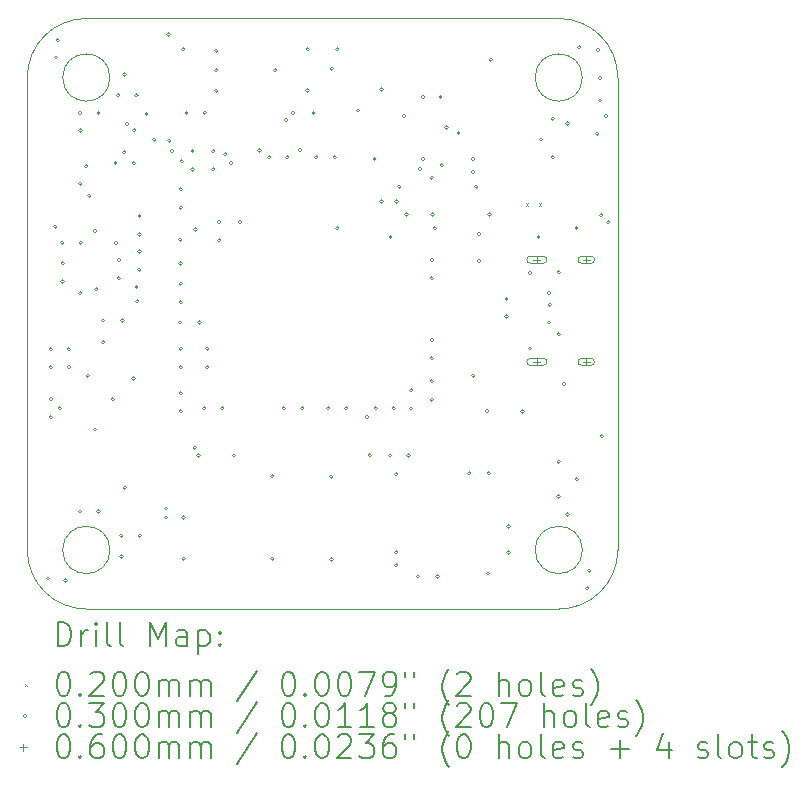
<source format=gbr>
%TF.GenerationSoftware,KiCad,Pcbnew,9.0.1-9.0.1-0~ubuntu24.04.1*%
%TF.CreationDate,2025-06-01T23:52:24-05:00*%
%TF.ProjectId,FC,46432e6b-6963-4616-945f-706362585858,rev?*%
%TF.SameCoordinates,Original*%
%TF.FileFunction,Drillmap*%
%TF.FilePolarity,Positive*%
%FSLAX45Y45*%
G04 Gerber Fmt 4.5, Leading zero omitted, Abs format (unit mm)*
G04 Created by KiCad (PCBNEW 9.0.1-9.0.1-0~ubuntu24.04.1) date 2025-06-01 23:52:24*
%MOMM*%
%LPD*%
G01*
G04 APERTURE LIST*
%ADD10C,0.050000*%
%ADD11C,0.200000*%
%ADD12C,0.100000*%
G04 APERTURE END LIST*
D10*
X19500000Y-5000000D02*
G75*
G02*
X20000000Y-5500000I0J-500000D01*
G01*
X20000000Y-9500000D02*
X20000000Y-5500000D01*
X19700000Y-9500000D02*
G75*
G02*
X19300000Y-9500000I-200000J0D01*
G01*
X19300000Y-9500000D02*
G75*
G02*
X19700000Y-9500000I200000J0D01*
G01*
X15000000Y-5500000D02*
G75*
G02*
X15500000Y-5000000I500000J0D01*
G01*
X15500000Y-10000000D02*
G75*
G02*
X15000000Y-9500000I0J500000D01*
G01*
X15500000Y-10000000D02*
X19500000Y-10000000D01*
X15500000Y-5000000D02*
X19500000Y-5000000D01*
X15700000Y-5500000D02*
G75*
G02*
X15300000Y-5500000I-200000J0D01*
G01*
X15300000Y-5500000D02*
G75*
G02*
X15700000Y-5500000I200000J0D01*
G01*
X15700000Y-9500000D02*
G75*
G02*
X15300000Y-9500000I-200000J0D01*
G01*
X15300000Y-9500000D02*
G75*
G02*
X15700000Y-9500000I200000J0D01*
G01*
X20000000Y-9500000D02*
G75*
G02*
X19500000Y-10000000I-500000J0D01*
G01*
X19700000Y-5500000D02*
G75*
G02*
X19300000Y-5500000I-200000J0D01*
G01*
X19300000Y-5500000D02*
G75*
G02*
X19700000Y-5500000I200000J0D01*
G01*
X15000000Y-5500000D02*
X15000000Y-9500000D01*
D11*
D12*
X19220000Y-6565000D02*
X19240000Y-6585000D01*
X19240000Y-6565000D02*
X19220000Y-6585000D01*
X19330000Y-6565000D02*
X19350000Y-6585000D01*
X19350000Y-6565000D02*
X19330000Y-6585000D01*
X15190952Y-9743127D02*
G75*
G02*
X15160952Y-9743127I-15000J0D01*
G01*
X15160952Y-9743127D02*
G75*
G02*
X15190952Y-9743127I15000J0D01*
G01*
X15212500Y-7800000D02*
G75*
G02*
X15182500Y-7800000I-15000J0D01*
G01*
X15182500Y-7800000D02*
G75*
G02*
X15212500Y-7800000I15000J0D01*
G01*
X15213750Y-7951250D02*
G75*
G02*
X15183750Y-7951250I-15000J0D01*
G01*
X15183750Y-7951250D02*
G75*
G02*
X15213750Y-7951250I15000J0D01*
G01*
X15215000Y-8222500D02*
G75*
G02*
X15185000Y-8222500I-15000J0D01*
G01*
X15185000Y-8222500D02*
G75*
G02*
X15215000Y-8222500I15000J0D01*
G01*
X15215000Y-8377500D02*
G75*
G02*
X15185000Y-8377500I-15000J0D01*
G01*
X15185000Y-8377500D02*
G75*
G02*
X15215000Y-8377500I15000J0D01*
G01*
X15252400Y-6762600D02*
G75*
G02*
X15222400Y-6762600I-15000J0D01*
G01*
X15222400Y-6762600D02*
G75*
G02*
X15252400Y-6762600I15000J0D01*
G01*
X15259079Y-5330921D02*
G75*
G02*
X15229079Y-5330921I-15000J0D01*
G01*
X15229079Y-5330921D02*
G75*
G02*
X15259079Y-5330921I15000J0D01*
G01*
X15272825Y-5182825D02*
G75*
G02*
X15242825Y-5182825I-15000J0D01*
G01*
X15242825Y-5182825D02*
G75*
G02*
X15272825Y-5182825I15000J0D01*
G01*
X15290000Y-8300000D02*
G75*
G02*
X15260000Y-8300000I-15000J0D01*
G01*
X15260000Y-8300000D02*
G75*
G02*
X15290000Y-8300000I15000J0D01*
G01*
X15312500Y-6900000D02*
G75*
G02*
X15282500Y-6900000I-15000J0D01*
G01*
X15282500Y-6900000D02*
G75*
G02*
X15312500Y-6900000I15000J0D01*
G01*
X15315000Y-7072500D02*
G75*
G02*
X15285000Y-7072500I-15000J0D01*
G01*
X15285000Y-7072500D02*
G75*
G02*
X15315000Y-7072500I15000J0D01*
G01*
X15315000Y-7227500D02*
G75*
G02*
X15285000Y-7227500I-15000J0D01*
G01*
X15285000Y-7227500D02*
G75*
G02*
X15315000Y-7227500I15000J0D01*
G01*
X15339048Y-9756873D02*
G75*
G02*
X15309048Y-9756873I-15000J0D01*
G01*
X15309048Y-9756873D02*
G75*
G02*
X15339048Y-9756873I15000J0D01*
G01*
X15367500Y-7800000D02*
G75*
G02*
X15337500Y-7800000I-15000J0D01*
G01*
X15337500Y-7800000D02*
G75*
G02*
X15367500Y-7800000I15000J0D01*
G01*
X15367500Y-7950000D02*
G75*
G02*
X15337500Y-7950000I-15000J0D01*
G01*
X15337500Y-7950000D02*
G75*
G02*
X15367500Y-7950000I15000J0D01*
G01*
X15462500Y-5800000D02*
G75*
G02*
X15432500Y-5800000I-15000J0D01*
G01*
X15432500Y-5800000D02*
G75*
G02*
X15462500Y-5800000I15000J0D01*
G01*
X15462500Y-9175000D02*
G75*
G02*
X15432500Y-9175000I-15000J0D01*
G01*
X15432500Y-9175000D02*
G75*
G02*
X15462500Y-9175000I15000J0D01*
G01*
X15463823Y-7326176D02*
G75*
G02*
X15433823Y-7326176I-15000J0D01*
G01*
X15433823Y-7326176D02*
G75*
G02*
X15463823Y-7326176I15000J0D01*
G01*
X15465000Y-5950000D02*
G75*
G02*
X15435000Y-5950000I-15000J0D01*
G01*
X15435000Y-5950000D02*
G75*
G02*
X15465000Y-5950000I15000J0D01*
G01*
X15465000Y-6400000D02*
G75*
G02*
X15435000Y-6400000I-15000J0D01*
G01*
X15435000Y-6400000D02*
G75*
G02*
X15465000Y-6400000I15000J0D01*
G01*
X15467500Y-6900000D02*
G75*
G02*
X15437500Y-6900000I-15000J0D01*
G01*
X15437500Y-6900000D02*
G75*
G02*
X15467500Y-6900000I15000J0D01*
G01*
X15515070Y-6250000D02*
G75*
G02*
X15485070Y-6250000I-15000J0D01*
G01*
X15485070Y-6250000D02*
G75*
G02*
X15515070Y-6250000I15000J0D01*
G01*
X15527426Y-8025073D02*
G75*
G02*
X15497426Y-8025073I-15000J0D01*
G01*
X15497426Y-8025073D02*
G75*
G02*
X15527426Y-8025073I15000J0D01*
G01*
X15540000Y-6500000D02*
G75*
G02*
X15510000Y-6500000I-15000J0D01*
G01*
X15510000Y-6500000D02*
G75*
G02*
X15540000Y-6500000I15000J0D01*
G01*
X15587852Y-8479838D02*
G75*
G02*
X15557852Y-8479838I-15000J0D01*
G01*
X15557852Y-8479838D02*
G75*
G02*
X15587852Y-8479838I15000J0D01*
G01*
X15590000Y-6800000D02*
G75*
G02*
X15560000Y-6800000I-15000J0D01*
G01*
X15560000Y-6800000D02*
G75*
G02*
X15590000Y-6800000I15000J0D01*
G01*
X15598676Y-7291323D02*
G75*
G02*
X15568676Y-7291323I-15000J0D01*
G01*
X15568676Y-7291323D02*
G75*
G02*
X15598676Y-7291323I15000J0D01*
G01*
X15617500Y-5800000D02*
G75*
G02*
X15587500Y-5800000I-15000J0D01*
G01*
X15587500Y-5800000D02*
G75*
G02*
X15617500Y-5800000I15000J0D01*
G01*
X15617500Y-9175000D02*
G75*
G02*
X15587500Y-9175000I-15000J0D01*
G01*
X15587500Y-9175000D02*
G75*
G02*
X15617500Y-9175000I15000J0D01*
G01*
X15657980Y-7557500D02*
G75*
G02*
X15627980Y-7557500I-15000J0D01*
G01*
X15627980Y-7557500D02*
G75*
G02*
X15657980Y-7557500I15000J0D01*
G01*
X15657980Y-7742500D02*
G75*
G02*
X15627980Y-7742500I-15000J0D01*
G01*
X15627980Y-7742500D02*
G75*
G02*
X15657980Y-7742500I15000J0D01*
G01*
X15740000Y-8225000D02*
G75*
G02*
X15710000Y-8225000I-15000J0D01*
G01*
X15710000Y-8225000D02*
G75*
G02*
X15740000Y-8225000I15000J0D01*
G01*
X15762500Y-6225000D02*
G75*
G02*
X15732500Y-6225000I-15000J0D01*
G01*
X15732500Y-6225000D02*
G75*
G02*
X15762500Y-6225000I15000J0D01*
G01*
X15767500Y-6900000D02*
G75*
G02*
X15737500Y-6900000I-15000J0D01*
G01*
X15737500Y-6900000D02*
G75*
G02*
X15767500Y-6900000I15000J0D01*
G01*
X15785000Y-5650000D02*
G75*
G02*
X15755000Y-5650000I-15000J0D01*
G01*
X15755000Y-5650000D02*
G75*
G02*
X15785000Y-5650000I15000J0D01*
G01*
X15790000Y-7045000D02*
G75*
G02*
X15760000Y-7045000I-15000J0D01*
G01*
X15760000Y-7045000D02*
G75*
G02*
X15790000Y-7045000I15000J0D01*
G01*
X15790000Y-7200000D02*
G75*
G02*
X15760000Y-7200000I-15000J0D01*
G01*
X15760000Y-7200000D02*
G75*
G02*
X15790000Y-7200000I15000J0D01*
G01*
X15812500Y-9380000D02*
G75*
G02*
X15782500Y-9380000I-15000J0D01*
G01*
X15782500Y-9380000D02*
G75*
G02*
X15812500Y-9380000I15000J0D01*
G01*
X15812500Y-9555000D02*
G75*
G02*
X15782500Y-9555000I-15000J0D01*
G01*
X15782500Y-9555000D02*
G75*
G02*
X15812500Y-9555000I15000J0D01*
G01*
X15822020Y-7557500D02*
G75*
G02*
X15792020Y-7557500I-15000J0D01*
G01*
X15792020Y-7557500D02*
G75*
G02*
X15822020Y-7557500I15000J0D01*
G01*
X15837291Y-6132215D02*
G75*
G02*
X15807291Y-6132215I-15000J0D01*
G01*
X15807291Y-6132215D02*
G75*
G02*
X15837291Y-6132215I15000J0D01*
G01*
X15840000Y-5475000D02*
G75*
G02*
X15810000Y-5475000I-15000J0D01*
G01*
X15810000Y-5475000D02*
G75*
G02*
X15840000Y-5475000I15000J0D01*
G01*
X15840000Y-8975000D02*
G75*
G02*
X15810000Y-8975000I-15000J0D01*
G01*
X15810000Y-8975000D02*
G75*
G02*
X15840000Y-8975000I15000J0D01*
G01*
X15859600Y-5893640D02*
G75*
G02*
X15829600Y-5893640I-15000J0D01*
G01*
X15829600Y-5893640D02*
G75*
G02*
X15859600Y-5893640I15000J0D01*
G01*
X15915000Y-8050000D02*
G75*
G02*
X15885000Y-8050000I-15000J0D01*
G01*
X15885000Y-8050000D02*
G75*
G02*
X15915000Y-8050000I15000J0D01*
G01*
X15917500Y-6225000D02*
G75*
G02*
X15887500Y-6225000I-15000J0D01*
G01*
X15887500Y-6225000D02*
G75*
G02*
X15917500Y-6225000I15000J0D01*
G01*
X15920960Y-5946624D02*
G75*
G02*
X15890960Y-5946624I-15000J0D01*
G01*
X15890960Y-5946624D02*
G75*
G02*
X15920960Y-5946624I15000J0D01*
G01*
X15940000Y-5650000D02*
G75*
G02*
X15910000Y-5650000I-15000J0D01*
G01*
X15910000Y-5650000D02*
G75*
G02*
X15940000Y-5650000I15000J0D01*
G01*
X15940000Y-7275000D02*
G75*
G02*
X15910000Y-7275000I-15000J0D01*
G01*
X15910000Y-7275000D02*
G75*
G02*
X15940000Y-7275000I15000J0D01*
G01*
X15944926Y-7395073D02*
G75*
G02*
X15914926Y-7395073I-15000J0D01*
G01*
X15914926Y-7395073D02*
G75*
G02*
X15944926Y-7395073I15000J0D01*
G01*
X15965000Y-6672500D02*
G75*
G02*
X15935000Y-6672500I-15000J0D01*
G01*
X15935000Y-6672500D02*
G75*
G02*
X15965000Y-6672500I15000J0D01*
G01*
X15965000Y-6827500D02*
G75*
G02*
X15935000Y-6827500I-15000J0D01*
G01*
X15935000Y-6827500D02*
G75*
G02*
X15965000Y-6827500I15000J0D01*
G01*
X15965000Y-6972500D02*
G75*
G02*
X15935000Y-6972500I-15000J0D01*
G01*
X15935000Y-6972500D02*
G75*
G02*
X15965000Y-6972500I15000J0D01*
G01*
X15965000Y-7127500D02*
G75*
G02*
X15935000Y-7127500I-15000J0D01*
G01*
X15935000Y-7127500D02*
G75*
G02*
X15965000Y-7127500I15000J0D01*
G01*
X15967500Y-9380000D02*
G75*
G02*
X15937500Y-9380000I-15000J0D01*
G01*
X15937500Y-9380000D02*
G75*
G02*
X15967500Y-9380000I15000J0D01*
G01*
X16025125Y-5810125D02*
G75*
G02*
X15995125Y-5810125I-15000J0D01*
G01*
X15995125Y-5810125D02*
G75*
G02*
X16025125Y-5810125I15000J0D01*
G01*
X16090000Y-6025000D02*
G75*
G02*
X16060000Y-6025000I-15000J0D01*
G01*
X16060000Y-6025000D02*
G75*
G02*
X16090000Y-6025000I15000J0D01*
G01*
X16190000Y-9150000D02*
G75*
G02*
X16160000Y-9150000I-15000J0D01*
G01*
X16160000Y-9150000D02*
G75*
G02*
X16190000Y-9150000I15000J0D01*
G01*
X16190000Y-9225000D02*
G75*
G02*
X16160000Y-9225000I-15000J0D01*
G01*
X16160000Y-9225000D02*
G75*
G02*
X16190000Y-9225000I15000J0D01*
G01*
X16209565Y-5135000D02*
G75*
G02*
X16179565Y-5135000I-15000J0D01*
G01*
X16179565Y-5135000D02*
G75*
G02*
X16209565Y-5135000I15000J0D01*
G01*
X16218562Y-6034800D02*
G75*
G02*
X16188562Y-6034800I-15000J0D01*
G01*
X16188562Y-6034800D02*
G75*
G02*
X16218562Y-6034800I15000J0D01*
G01*
X16240000Y-6122500D02*
G75*
G02*
X16210000Y-6122500I-15000J0D01*
G01*
X16210000Y-6122500D02*
G75*
G02*
X16240000Y-6122500I15000J0D01*
G01*
X16307500Y-7575000D02*
G75*
G02*
X16277500Y-7575000I-15000J0D01*
G01*
X16277500Y-7575000D02*
G75*
G02*
X16307500Y-7575000I15000J0D01*
G01*
X16311250Y-6875000D02*
G75*
G02*
X16281250Y-6875000I-15000J0D01*
G01*
X16281250Y-6875000D02*
G75*
G02*
X16311250Y-6875000I15000J0D01*
G01*
X16312500Y-7075000D02*
G75*
G02*
X16282500Y-7075000I-15000J0D01*
G01*
X16282500Y-7075000D02*
G75*
G02*
X16312500Y-7075000I15000J0D01*
G01*
X16315000Y-6447500D02*
G75*
G02*
X16285000Y-6447500I-15000J0D01*
G01*
X16285000Y-6447500D02*
G75*
G02*
X16315000Y-6447500I15000J0D01*
G01*
X16315000Y-6602500D02*
G75*
G02*
X16285000Y-6602500I-15000J0D01*
G01*
X16285000Y-6602500D02*
G75*
G02*
X16315000Y-6602500I15000J0D01*
G01*
X16315000Y-7247500D02*
G75*
G02*
X16285000Y-7247500I-15000J0D01*
G01*
X16285000Y-7247500D02*
G75*
G02*
X16315000Y-7247500I15000J0D01*
G01*
X16315000Y-7402500D02*
G75*
G02*
X16285000Y-7402500I-15000J0D01*
G01*
X16285000Y-7402500D02*
G75*
G02*
X16315000Y-7402500I15000J0D01*
G01*
X16315000Y-7797500D02*
G75*
G02*
X16285000Y-7797500I-15000J0D01*
G01*
X16285000Y-7797500D02*
G75*
G02*
X16315000Y-7797500I15000J0D01*
G01*
X16315000Y-7952500D02*
G75*
G02*
X16285000Y-7952500I-15000J0D01*
G01*
X16285000Y-7952500D02*
G75*
G02*
X16315000Y-7952500I15000J0D01*
G01*
X16315000Y-8172500D02*
G75*
G02*
X16285000Y-8172500I-15000J0D01*
G01*
X16285000Y-8172500D02*
G75*
G02*
X16315000Y-8172500I15000J0D01*
G01*
X16315000Y-8327500D02*
G75*
G02*
X16285000Y-8327500I-15000J0D01*
G01*
X16285000Y-8327500D02*
G75*
G02*
X16315000Y-8327500I15000J0D01*
G01*
X16323674Y-6208674D02*
G75*
G02*
X16293674Y-6208674I-15000J0D01*
G01*
X16293674Y-6208674D02*
G75*
G02*
X16323674Y-6208674I15000J0D01*
G01*
X16335000Y-5260000D02*
G75*
G02*
X16305000Y-5260000I-15000J0D01*
G01*
X16305000Y-5260000D02*
G75*
G02*
X16335000Y-5260000I15000J0D01*
G01*
X16340000Y-9225000D02*
G75*
G02*
X16310000Y-9225000I-15000J0D01*
G01*
X16310000Y-9225000D02*
G75*
G02*
X16340000Y-9225000I15000J0D01*
G01*
X16340000Y-9575000D02*
G75*
G02*
X16310000Y-9575000I-15000J0D01*
G01*
X16310000Y-9575000D02*
G75*
G02*
X16340000Y-9575000I15000J0D01*
G01*
X16362500Y-5800000D02*
G75*
G02*
X16332500Y-5800000I-15000J0D01*
G01*
X16332500Y-5800000D02*
G75*
G02*
X16362500Y-5800000I15000J0D01*
G01*
X16415000Y-6122500D02*
G75*
G02*
X16385000Y-6122500I-15000J0D01*
G01*
X16385000Y-6122500D02*
G75*
G02*
X16415000Y-6122500I15000J0D01*
G01*
X16415000Y-6277500D02*
G75*
G02*
X16385000Y-6277500I-15000J0D01*
G01*
X16385000Y-6277500D02*
G75*
G02*
X16415000Y-6277500I15000J0D01*
G01*
X16432487Y-8634975D02*
G75*
G02*
X16402487Y-8634975I-15000J0D01*
G01*
X16402487Y-8634975D02*
G75*
G02*
X16432487Y-8634975I15000J0D01*
G01*
X16440000Y-6785000D02*
G75*
G02*
X16410000Y-6785000I-15000J0D01*
G01*
X16410000Y-6785000D02*
G75*
G02*
X16440000Y-6785000I15000J0D01*
G01*
X16465000Y-8700000D02*
G75*
G02*
X16435000Y-8700000I-15000J0D01*
G01*
X16435000Y-8700000D02*
G75*
G02*
X16465000Y-8700000I15000J0D01*
G01*
X16472500Y-7575000D02*
G75*
G02*
X16442500Y-7575000I-15000J0D01*
G01*
X16442500Y-7575000D02*
G75*
G02*
X16472500Y-7575000I15000J0D01*
G01*
X16512500Y-8300000D02*
G75*
G02*
X16482500Y-8300000I-15000J0D01*
G01*
X16482500Y-8300000D02*
G75*
G02*
X16512500Y-8300000I15000J0D01*
G01*
X16517500Y-5800000D02*
G75*
G02*
X16487500Y-5800000I-15000J0D01*
G01*
X16487500Y-5800000D02*
G75*
G02*
X16517500Y-5800000I15000J0D01*
G01*
X16540000Y-7797500D02*
G75*
G02*
X16510000Y-7797500I-15000J0D01*
G01*
X16510000Y-7797500D02*
G75*
G02*
X16540000Y-7797500I15000J0D01*
G01*
X16540000Y-7952500D02*
G75*
G02*
X16510000Y-7952500I-15000J0D01*
G01*
X16510000Y-7952500D02*
G75*
G02*
X16540000Y-7952500I15000J0D01*
G01*
X16590000Y-6122500D02*
G75*
G02*
X16560000Y-6122500I-15000J0D01*
G01*
X16560000Y-6122500D02*
G75*
G02*
X16590000Y-6122500I15000J0D01*
G01*
X16590000Y-6277500D02*
G75*
G02*
X16560000Y-6277500I-15000J0D01*
G01*
X16560000Y-6277500D02*
G75*
G02*
X16590000Y-6277500I15000J0D01*
G01*
X16615000Y-5275000D02*
G75*
G02*
X16585000Y-5275000I-15000J0D01*
G01*
X16585000Y-5275000D02*
G75*
G02*
X16615000Y-5275000I15000J0D01*
G01*
X16615000Y-5440000D02*
G75*
G02*
X16585000Y-5440000I-15000J0D01*
G01*
X16585000Y-5440000D02*
G75*
G02*
X16615000Y-5440000I15000J0D01*
G01*
X16615000Y-5610000D02*
G75*
G02*
X16585000Y-5610000I-15000J0D01*
G01*
X16585000Y-5610000D02*
G75*
G02*
X16615000Y-5610000I15000J0D01*
G01*
X16640000Y-6722500D02*
G75*
G02*
X16610000Y-6722500I-15000J0D01*
G01*
X16610000Y-6722500D02*
G75*
G02*
X16640000Y-6722500I15000J0D01*
G01*
X16640000Y-6877500D02*
G75*
G02*
X16610000Y-6877500I-15000J0D01*
G01*
X16610000Y-6877500D02*
G75*
G02*
X16640000Y-6877500I15000J0D01*
G01*
X16667500Y-8300000D02*
G75*
G02*
X16637500Y-8300000I-15000J0D01*
G01*
X16637500Y-8300000D02*
G75*
G02*
X16667500Y-8300000I15000J0D01*
G01*
X16690000Y-6150000D02*
G75*
G02*
X16660000Y-6150000I-15000J0D01*
G01*
X16660000Y-6150000D02*
G75*
G02*
X16690000Y-6150000I15000J0D01*
G01*
X16740000Y-6225000D02*
G75*
G02*
X16710000Y-6225000I-15000J0D01*
G01*
X16710000Y-6225000D02*
G75*
G02*
X16740000Y-6225000I15000J0D01*
G01*
X16765000Y-8700000D02*
G75*
G02*
X16735000Y-8700000I-15000J0D01*
G01*
X16735000Y-8700000D02*
G75*
G02*
X16765000Y-8700000I15000J0D01*
G01*
X16815000Y-6722500D02*
G75*
G02*
X16785000Y-6722500I-15000J0D01*
G01*
X16785000Y-6722500D02*
G75*
G02*
X16815000Y-6722500I15000J0D01*
G01*
X16982270Y-6119121D02*
G75*
G02*
X16952270Y-6119121I-15000J0D01*
G01*
X16952270Y-6119121D02*
G75*
G02*
X16982270Y-6119121I15000J0D01*
G01*
X17062500Y-6175000D02*
G75*
G02*
X17032500Y-6175000I-15000J0D01*
G01*
X17032500Y-6175000D02*
G75*
G02*
X17062500Y-6175000I15000J0D01*
G01*
X17090000Y-8875000D02*
G75*
G02*
X17060000Y-8875000I-15000J0D01*
G01*
X17060000Y-8875000D02*
G75*
G02*
X17090000Y-8875000I15000J0D01*
G01*
X17090000Y-9575000D02*
G75*
G02*
X17060000Y-9575000I-15000J0D01*
G01*
X17060000Y-9575000D02*
G75*
G02*
X17090000Y-9575000I15000J0D01*
G01*
X17115000Y-5440000D02*
G75*
G02*
X17085000Y-5440000I-15000J0D01*
G01*
X17085000Y-5440000D02*
G75*
G02*
X17115000Y-5440000I15000J0D01*
G01*
X17187500Y-8300000D02*
G75*
G02*
X17157500Y-8300000I-15000J0D01*
G01*
X17157500Y-8300000D02*
G75*
G02*
X17187500Y-8300000I15000J0D01*
G01*
X17205000Y-5860000D02*
G75*
G02*
X17175000Y-5860000I-15000J0D01*
G01*
X17175000Y-5860000D02*
G75*
G02*
X17205000Y-5860000I15000J0D01*
G01*
X17217500Y-6175000D02*
G75*
G02*
X17187500Y-6175000I-15000J0D01*
G01*
X17187500Y-6175000D02*
G75*
G02*
X17217500Y-6175000I15000J0D01*
G01*
X17265000Y-5800000D02*
G75*
G02*
X17235000Y-5800000I-15000J0D01*
G01*
X17235000Y-5800000D02*
G75*
G02*
X17265000Y-5800000I15000J0D01*
G01*
X17325000Y-6115000D02*
G75*
G02*
X17295000Y-6115000I-15000J0D01*
G01*
X17295000Y-6115000D02*
G75*
G02*
X17325000Y-6115000I15000J0D01*
G01*
X17342500Y-8300000D02*
G75*
G02*
X17312500Y-8300000I-15000J0D01*
G01*
X17312500Y-8300000D02*
G75*
G02*
X17342500Y-8300000I15000J0D01*
G01*
X17390000Y-5260000D02*
G75*
G02*
X17360000Y-5260000I-15000J0D01*
G01*
X17360000Y-5260000D02*
G75*
G02*
X17390000Y-5260000I15000J0D01*
G01*
X17390000Y-5610000D02*
G75*
G02*
X17360000Y-5610000I-15000J0D01*
G01*
X17360000Y-5610000D02*
G75*
G02*
X17390000Y-5610000I15000J0D01*
G01*
X17437500Y-5800000D02*
G75*
G02*
X17407500Y-5800000I-15000J0D01*
G01*
X17407500Y-5800000D02*
G75*
G02*
X17437500Y-5800000I15000J0D01*
G01*
X17462500Y-6175000D02*
G75*
G02*
X17432500Y-6175000I-15000J0D01*
G01*
X17432500Y-6175000D02*
G75*
G02*
X17462500Y-6175000I15000J0D01*
G01*
X17562500Y-8300000D02*
G75*
G02*
X17532500Y-8300000I-15000J0D01*
G01*
X17532500Y-8300000D02*
G75*
G02*
X17562500Y-8300000I15000J0D01*
G01*
X17590000Y-8880000D02*
G75*
G02*
X17560000Y-8880000I-15000J0D01*
G01*
X17560000Y-8880000D02*
G75*
G02*
X17590000Y-8880000I15000J0D01*
G01*
X17590000Y-9580000D02*
G75*
G02*
X17560000Y-9580000I-15000J0D01*
G01*
X17560000Y-9580000D02*
G75*
G02*
X17590000Y-9580000I15000J0D01*
G01*
X17592500Y-5425000D02*
G75*
G02*
X17562500Y-5425000I-15000J0D01*
G01*
X17562500Y-5425000D02*
G75*
G02*
X17592500Y-5425000I15000J0D01*
G01*
X17617500Y-6175000D02*
G75*
G02*
X17587500Y-6175000I-15000J0D01*
G01*
X17587500Y-6175000D02*
G75*
G02*
X17617500Y-6175000I15000J0D01*
G01*
X17640000Y-5260000D02*
G75*
G02*
X17610000Y-5260000I-15000J0D01*
G01*
X17610000Y-5260000D02*
G75*
G02*
X17640000Y-5260000I15000J0D01*
G01*
X17640000Y-6775000D02*
G75*
G02*
X17610000Y-6775000I-15000J0D01*
G01*
X17610000Y-6775000D02*
G75*
G02*
X17640000Y-6775000I15000J0D01*
G01*
X17717500Y-8300000D02*
G75*
G02*
X17687500Y-8300000I-15000J0D01*
G01*
X17687500Y-8300000D02*
G75*
G02*
X17717500Y-8300000I15000J0D01*
G01*
X17815000Y-5780000D02*
G75*
G02*
X17785000Y-5780000I-15000J0D01*
G01*
X17785000Y-5780000D02*
G75*
G02*
X17815000Y-5780000I15000J0D01*
G01*
X17890000Y-8375000D02*
G75*
G02*
X17860000Y-8375000I-15000J0D01*
G01*
X17860000Y-8375000D02*
G75*
G02*
X17890000Y-8375000I15000J0D01*
G01*
X17915000Y-8700000D02*
G75*
G02*
X17885000Y-8700000I-15000J0D01*
G01*
X17885000Y-8700000D02*
G75*
G02*
X17915000Y-8700000I15000J0D01*
G01*
X17955000Y-6190000D02*
G75*
G02*
X17925000Y-6190000I-15000J0D01*
G01*
X17925000Y-6190000D02*
G75*
G02*
X17955000Y-6190000I15000J0D01*
G01*
X17965000Y-8300000D02*
G75*
G02*
X17935000Y-8300000I-15000J0D01*
G01*
X17935000Y-8300000D02*
G75*
G02*
X17965000Y-8300000I15000J0D01*
G01*
X18015000Y-5600000D02*
G75*
G02*
X17985000Y-5600000I-15000J0D01*
G01*
X17985000Y-5600000D02*
G75*
G02*
X18015000Y-5600000I15000J0D01*
G01*
X18015000Y-6550000D02*
G75*
G02*
X17985000Y-6550000I-15000J0D01*
G01*
X17985000Y-6550000D02*
G75*
G02*
X18015000Y-6550000I15000J0D01*
G01*
X18087500Y-8700000D02*
G75*
G02*
X18057500Y-8700000I-15000J0D01*
G01*
X18057500Y-8700000D02*
G75*
G02*
X18087500Y-8700000I15000J0D01*
G01*
X18090000Y-6850000D02*
G75*
G02*
X18060000Y-6850000I-15000J0D01*
G01*
X18060000Y-6850000D02*
G75*
G02*
X18090000Y-6850000I15000J0D01*
G01*
X18117500Y-8300000D02*
G75*
G02*
X18087500Y-8300000I-15000J0D01*
G01*
X18087500Y-8300000D02*
G75*
G02*
X18117500Y-8300000I15000J0D01*
G01*
X18140000Y-6550000D02*
G75*
G02*
X18110000Y-6550000I-15000J0D01*
G01*
X18110000Y-6550000D02*
G75*
G02*
X18140000Y-6550000I15000J0D01*
G01*
X18140000Y-8860000D02*
G75*
G02*
X18110000Y-8860000I-15000J0D01*
G01*
X18110000Y-8860000D02*
G75*
G02*
X18140000Y-8860000I15000J0D01*
G01*
X18140000Y-9520000D02*
G75*
G02*
X18110000Y-9520000I-15000J0D01*
G01*
X18110000Y-9520000D02*
G75*
G02*
X18140000Y-9520000I15000J0D01*
G01*
X18140000Y-9630000D02*
G75*
G02*
X18110000Y-9630000I-15000J0D01*
G01*
X18110000Y-9630000D02*
G75*
G02*
X18140000Y-9630000I15000J0D01*
G01*
X18165000Y-6425000D02*
G75*
G02*
X18135000Y-6425000I-15000J0D01*
G01*
X18135000Y-6425000D02*
G75*
G02*
X18165000Y-6425000I15000J0D01*
G01*
X18205000Y-5825000D02*
G75*
G02*
X18175000Y-5825000I-15000J0D01*
G01*
X18175000Y-5825000D02*
G75*
G02*
X18205000Y-5825000I15000J0D01*
G01*
X18225000Y-6660000D02*
G75*
G02*
X18195000Y-6660000I-15000J0D01*
G01*
X18195000Y-6660000D02*
G75*
G02*
X18225000Y-6660000I15000J0D01*
G01*
X18242500Y-8700000D02*
G75*
G02*
X18212500Y-8700000I-15000J0D01*
G01*
X18212500Y-8700000D02*
G75*
G02*
X18242500Y-8700000I15000J0D01*
G01*
X18265000Y-8147500D02*
G75*
G02*
X18235000Y-8147500I-15000J0D01*
G01*
X18235000Y-8147500D02*
G75*
G02*
X18265000Y-8147500I15000J0D01*
G01*
X18265000Y-8302500D02*
G75*
G02*
X18235000Y-8302500I-15000J0D01*
G01*
X18235000Y-8302500D02*
G75*
G02*
X18265000Y-8302500I15000J0D01*
G01*
X18325000Y-9725000D02*
G75*
G02*
X18295000Y-9725000I-15000J0D01*
G01*
X18295000Y-9725000D02*
G75*
G02*
X18325000Y-9725000I15000J0D01*
G01*
X18340000Y-6275000D02*
G75*
G02*
X18310000Y-6275000I-15000J0D01*
G01*
X18310000Y-6275000D02*
G75*
G02*
X18340000Y-6275000I15000J0D01*
G01*
X18365000Y-5665000D02*
G75*
G02*
X18335000Y-5665000I-15000J0D01*
G01*
X18335000Y-5665000D02*
G75*
G02*
X18365000Y-5665000I15000J0D01*
G01*
X18365000Y-6190000D02*
G75*
G02*
X18335000Y-6190000I-15000J0D01*
G01*
X18335000Y-6190000D02*
G75*
G02*
X18365000Y-6190000I15000J0D01*
G01*
X18440000Y-6350000D02*
G75*
G02*
X18410000Y-6350000I-15000J0D01*
G01*
X18410000Y-6350000D02*
G75*
G02*
X18440000Y-6350000I15000J0D01*
G01*
X18440000Y-7045000D02*
G75*
G02*
X18410000Y-7045000I-15000J0D01*
G01*
X18410000Y-7045000D02*
G75*
G02*
X18440000Y-7045000I15000J0D01*
G01*
X18440000Y-7200000D02*
G75*
G02*
X18410000Y-7200000I-15000J0D01*
G01*
X18410000Y-7200000D02*
G75*
G02*
X18440000Y-7200000I15000J0D01*
G01*
X18440000Y-7722500D02*
G75*
G02*
X18410000Y-7722500I-15000J0D01*
G01*
X18410000Y-7722500D02*
G75*
G02*
X18440000Y-7722500I15000J0D01*
G01*
X18440000Y-7877500D02*
G75*
G02*
X18410000Y-7877500I-15000J0D01*
G01*
X18410000Y-7877500D02*
G75*
G02*
X18440000Y-7877500I15000J0D01*
G01*
X18440000Y-8072500D02*
G75*
G02*
X18410000Y-8072500I-15000J0D01*
G01*
X18410000Y-8072500D02*
G75*
G02*
X18440000Y-8072500I15000J0D01*
G01*
X18440000Y-8227500D02*
G75*
G02*
X18410000Y-8227500I-15000J0D01*
G01*
X18410000Y-8227500D02*
G75*
G02*
X18440000Y-8227500I15000J0D01*
G01*
X18445000Y-6660000D02*
G75*
G02*
X18415000Y-6660000I-15000J0D01*
G01*
X18415000Y-6660000D02*
G75*
G02*
X18445000Y-6660000I15000J0D01*
G01*
X18465000Y-6775000D02*
G75*
G02*
X18435000Y-6775000I-15000J0D01*
G01*
X18435000Y-6775000D02*
G75*
G02*
X18465000Y-6775000I15000J0D01*
G01*
X18490000Y-9725000D02*
G75*
G02*
X18460000Y-9725000I-15000J0D01*
G01*
X18460000Y-9725000D02*
G75*
G02*
X18490000Y-9725000I15000J0D01*
G01*
X18515000Y-5665000D02*
G75*
G02*
X18485000Y-5665000I-15000J0D01*
G01*
X18485000Y-5665000D02*
G75*
G02*
X18515000Y-5665000I15000J0D01*
G01*
X18522427Y-6242573D02*
G75*
G02*
X18492427Y-6242573I-15000J0D01*
G01*
X18492427Y-6242573D02*
G75*
G02*
X18522427Y-6242573I15000J0D01*
G01*
X18565000Y-5925000D02*
G75*
G02*
X18535000Y-5925000I-15000J0D01*
G01*
X18535000Y-5925000D02*
G75*
G02*
X18565000Y-5925000I15000J0D01*
G01*
X18665000Y-5970000D02*
G75*
G02*
X18635000Y-5970000I-15000J0D01*
G01*
X18635000Y-5970000D02*
G75*
G02*
X18665000Y-5970000I15000J0D01*
G01*
X18757500Y-8850000D02*
G75*
G02*
X18727500Y-8850000I-15000J0D01*
G01*
X18727500Y-8850000D02*
G75*
G02*
X18757500Y-8850000I15000J0D01*
G01*
X18790000Y-6190000D02*
G75*
G02*
X18760000Y-6190000I-15000J0D01*
G01*
X18760000Y-6190000D02*
G75*
G02*
X18790000Y-6190000I15000J0D01*
G01*
X18790000Y-6300000D02*
G75*
G02*
X18760000Y-6300000I-15000J0D01*
G01*
X18760000Y-6300000D02*
G75*
G02*
X18790000Y-6300000I15000J0D01*
G01*
X18790000Y-8025000D02*
G75*
G02*
X18760000Y-8025000I-15000J0D01*
G01*
X18760000Y-8025000D02*
G75*
G02*
X18790000Y-8025000I15000J0D01*
G01*
X18815000Y-6425000D02*
G75*
G02*
X18785000Y-6425000I-15000J0D01*
G01*
X18785000Y-6425000D02*
G75*
G02*
X18815000Y-6425000I15000J0D01*
G01*
X18840000Y-6825000D02*
G75*
G02*
X18810000Y-6825000I-15000J0D01*
G01*
X18810000Y-6825000D02*
G75*
G02*
X18840000Y-6825000I15000J0D01*
G01*
X18840000Y-7052500D02*
G75*
G02*
X18810000Y-7052500I-15000J0D01*
G01*
X18810000Y-7052500D02*
G75*
G02*
X18840000Y-7052500I15000J0D01*
G01*
X18907500Y-8325000D02*
G75*
G02*
X18877500Y-8325000I-15000J0D01*
G01*
X18877500Y-8325000D02*
G75*
G02*
X18907500Y-8325000I15000J0D01*
G01*
X18915000Y-9700000D02*
G75*
G02*
X18885000Y-9700000I-15000J0D01*
G01*
X18885000Y-9700000D02*
G75*
G02*
X18915000Y-9700000I15000J0D01*
G01*
X18922500Y-8850000D02*
G75*
G02*
X18892500Y-8850000I-15000J0D01*
G01*
X18892500Y-8850000D02*
G75*
G02*
X18922500Y-8850000I15000J0D01*
G01*
X18930000Y-6660000D02*
G75*
G02*
X18900000Y-6660000I-15000J0D01*
G01*
X18900000Y-6660000D02*
G75*
G02*
X18930000Y-6660000I15000J0D01*
G01*
X18940000Y-5350000D02*
G75*
G02*
X18910000Y-5350000I-15000J0D01*
G01*
X18910000Y-5350000D02*
G75*
G02*
X18940000Y-5350000I15000J0D01*
G01*
X19072500Y-7375000D02*
G75*
G02*
X19042500Y-7375000I-15000J0D01*
G01*
X19042500Y-7375000D02*
G75*
G02*
X19072500Y-7375000I15000J0D01*
G01*
X19072500Y-7525000D02*
G75*
G02*
X19042500Y-7525000I-15000J0D01*
G01*
X19042500Y-7525000D02*
G75*
G02*
X19072500Y-7525000I15000J0D01*
G01*
X19090000Y-9300000D02*
G75*
G02*
X19060000Y-9300000I-15000J0D01*
G01*
X19060000Y-9300000D02*
G75*
G02*
X19090000Y-9300000I15000J0D01*
G01*
X19090000Y-9520000D02*
G75*
G02*
X19060000Y-9520000I-15000J0D01*
G01*
X19060000Y-9520000D02*
G75*
G02*
X19090000Y-9520000I15000J0D01*
G01*
X19207780Y-8327500D02*
G75*
G02*
X19177780Y-8327500I-15000J0D01*
G01*
X19177780Y-8327500D02*
G75*
G02*
X19207780Y-8327500I15000J0D01*
G01*
X19272000Y-7155000D02*
G75*
G02*
X19242000Y-7155000I-15000J0D01*
G01*
X19242000Y-7155000D02*
G75*
G02*
X19272000Y-7155000I15000J0D01*
G01*
X19272000Y-7795000D02*
G75*
G02*
X19242000Y-7795000I-15000J0D01*
G01*
X19242000Y-7795000D02*
G75*
G02*
X19272000Y-7795000I15000J0D01*
G01*
X19342500Y-6850000D02*
G75*
G02*
X19312500Y-6850000I-15000J0D01*
G01*
X19312500Y-6850000D02*
G75*
G02*
X19342500Y-6850000I15000J0D01*
G01*
X19365000Y-6025140D02*
G75*
G02*
X19335000Y-6025140I-15000J0D01*
G01*
X19335000Y-6025140D02*
G75*
G02*
X19365000Y-6025140I15000J0D01*
G01*
X19432500Y-7325000D02*
G75*
G02*
X19402500Y-7325000I-15000J0D01*
G01*
X19402500Y-7325000D02*
G75*
G02*
X19432500Y-7325000I15000J0D01*
G01*
X19432500Y-7576000D02*
G75*
G02*
X19402500Y-7576000I-15000J0D01*
G01*
X19402500Y-7576000D02*
G75*
G02*
X19432500Y-7576000I15000J0D01*
G01*
X19440000Y-7423822D02*
G75*
G02*
X19410000Y-7423822I-15000J0D01*
G01*
X19410000Y-7423822D02*
G75*
G02*
X19440000Y-7423822I15000J0D01*
G01*
X19465000Y-5850000D02*
G75*
G02*
X19435000Y-5850000I-15000J0D01*
G01*
X19435000Y-5850000D02*
G75*
G02*
X19465000Y-5850000I15000J0D01*
G01*
X19465000Y-6175000D02*
G75*
G02*
X19435000Y-6175000I-15000J0D01*
G01*
X19435000Y-6175000D02*
G75*
G02*
X19465000Y-6175000I15000J0D01*
G01*
X19515000Y-7150000D02*
G75*
G02*
X19485000Y-7150000I-15000J0D01*
G01*
X19485000Y-7150000D02*
G75*
G02*
X19515000Y-7150000I15000J0D01*
G01*
X19515000Y-7675000D02*
G75*
G02*
X19485000Y-7675000I-15000J0D01*
G01*
X19485000Y-7675000D02*
G75*
G02*
X19515000Y-7675000I15000J0D01*
G01*
X19515000Y-8752500D02*
G75*
G02*
X19485000Y-8752500I-15000J0D01*
G01*
X19485000Y-8752500D02*
G75*
G02*
X19515000Y-8752500I15000J0D01*
G01*
X19515000Y-9047500D02*
G75*
G02*
X19485000Y-9047500I-15000J0D01*
G01*
X19485000Y-9047500D02*
G75*
G02*
X19515000Y-9047500I15000J0D01*
G01*
X19559750Y-8094750D02*
G75*
G02*
X19529750Y-8094750I-15000J0D01*
G01*
X19529750Y-8094750D02*
G75*
G02*
X19559750Y-8094750I15000J0D01*
G01*
X19590000Y-5890000D02*
G75*
G02*
X19560000Y-5890000I-15000J0D01*
G01*
X19560000Y-5890000D02*
G75*
G02*
X19590000Y-5890000I15000J0D01*
G01*
X19590000Y-9200000D02*
G75*
G02*
X19560000Y-9200000I-15000J0D01*
G01*
X19560000Y-9200000D02*
G75*
G02*
X19590000Y-9200000I15000J0D01*
G01*
X19665000Y-6775000D02*
G75*
G02*
X19635000Y-6775000I-15000J0D01*
G01*
X19635000Y-6775000D02*
G75*
G02*
X19665000Y-6775000I15000J0D01*
G01*
X19667500Y-8900000D02*
G75*
G02*
X19637500Y-8900000I-15000J0D01*
G01*
X19637500Y-8900000D02*
G75*
G02*
X19667500Y-8900000I15000J0D01*
G01*
X19690000Y-5243127D02*
G75*
G02*
X19660000Y-5243127I-15000J0D01*
G01*
X19660000Y-5243127D02*
G75*
G02*
X19690000Y-5243127I15000J0D01*
G01*
X19758127Y-9824048D02*
G75*
G02*
X19728127Y-9824048I-15000J0D01*
G01*
X19728127Y-9824048D02*
G75*
G02*
X19758127Y-9824048I15000J0D01*
G01*
X19771873Y-9675952D02*
G75*
G02*
X19741873Y-9675952I-15000J0D01*
G01*
X19741873Y-9675952D02*
G75*
G02*
X19771873Y-9675952I15000J0D01*
G01*
X19840000Y-5975000D02*
G75*
G02*
X19810000Y-5975000I-15000J0D01*
G01*
X19810000Y-5975000D02*
G75*
G02*
X19840000Y-5975000I15000J0D01*
G01*
X19848112Y-5266888D02*
G75*
G02*
X19818112Y-5266888I-15000J0D01*
G01*
X19818112Y-5266888D02*
G75*
G02*
X19848112Y-5266888I15000J0D01*
G01*
X19865000Y-5505000D02*
G75*
G02*
X19835000Y-5505000I-15000J0D01*
G01*
X19835000Y-5505000D02*
G75*
G02*
X19865000Y-5505000I15000J0D01*
G01*
X19865000Y-5695000D02*
G75*
G02*
X19835000Y-5695000I-15000J0D01*
G01*
X19835000Y-5695000D02*
G75*
G02*
X19865000Y-5695000I15000J0D01*
G01*
X19875000Y-6665000D02*
G75*
G02*
X19845000Y-6665000I-15000J0D01*
G01*
X19845000Y-6665000D02*
G75*
G02*
X19875000Y-6665000I15000J0D01*
G01*
X19877500Y-8537500D02*
G75*
G02*
X19847500Y-8537500I-15000J0D01*
G01*
X19847500Y-8537500D02*
G75*
G02*
X19877500Y-8537500I15000J0D01*
G01*
X19915000Y-5825000D02*
G75*
G02*
X19885000Y-5825000I-15000J0D01*
G01*
X19885000Y-5825000D02*
G75*
G02*
X19915000Y-5825000I15000J0D01*
G01*
X19935000Y-6725000D02*
G75*
G02*
X19905000Y-6725000I-15000J0D01*
G01*
X19905000Y-6725000D02*
G75*
G02*
X19935000Y-6725000I15000J0D01*
G01*
X19314500Y-7013000D02*
X19314500Y-7073000D01*
X19284500Y-7043000D02*
X19344500Y-7043000D01*
X19259500Y-7073000D02*
X19369500Y-7073000D01*
X19369500Y-7013000D02*
G75*
G02*
X19369500Y-7073000I0J-30000D01*
G01*
X19369500Y-7013000D02*
X19259500Y-7013000D01*
X19259500Y-7013000D02*
G75*
G03*
X19259500Y-7073000I0J-30000D01*
G01*
X19314500Y-7877000D02*
X19314500Y-7937000D01*
X19284500Y-7907000D02*
X19344500Y-7907000D01*
X19259500Y-7937000D02*
X19369500Y-7937000D01*
X19369500Y-7877000D02*
G75*
G02*
X19369500Y-7937000I0J-30000D01*
G01*
X19369500Y-7877000D02*
X19259500Y-7877000D01*
X19259500Y-7877000D02*
G75*
G03*
X19259500Y-7937000I0J-30000D01*
G01*
X19732500Y-7013000D02*
X19732500Y-7073000D01*
X19702500Y-7043000D02*
X19762500Y-7043000D01*
X19692500Y-7073000D02*
X19772500Y-7073000D01*
X19772500Y-7013000D02*
G75*
G02*
X19772500Y-7073000I0J-30000D01*
G01*
X19772500Y-7013000D02*
X19692500Y-7013000D01*
X19692500Y-7013000D02*
G75*
G03*
X19692500Y-7073000I0J-30000D01*
G01*
X19732500Y-7877000D02*
X19732500Y-7937000D01*
X19702500Y-7907000D02*
X19762500Y-7907000D01*
X19692500Y-7937000D02*
X19772500Y-7937000D01*
X19772500Y-7877000D02*
G75*
G02*
X19772500Y-7937000I0J-30000D01*
G01*
X19772500Y-7877000D02*
X19692500Y-7877000D01*
X19692500Y-7877000D02*
G75*
G03*
X19692500Y-7937000I0J-30000D01*
G01*
D11*
X15258277Y-10313984D02*
X15258277Y-10113984D01*
X15258277Y-10113984D02*
X15305896Y-10113984D01*
X15305896Y-10113984D02*
X15334467Y-10123508D01*
X15334467Y-10123508D02*
X15353515Y-10142555D01*
X15353515Y-10142555D02*
X15363039Y-10161603D01*
X15363039Y-10161603D02*
X15372562Y-10199698D01*
X15372562Y-10199698D02*
X15372562Y-10228270D01*
X15372562Y-10228270D02*
X15363039Y-10266365D01*
X15363039Y-10266365D02*
X15353515Y-10285412D01*
X15353515Y-10285412D02*
X15334467Y-10304460D01*
X15334467Y-10304460D02*
X15305896Y-10313984D01*
X15305896Y-10313984D02*
X15258277Y-10313984D01*
X15458277Y-10313984D02*
X15458277Y-10180650D01*
X15458277Y-10218746D02*
X15467801Y-10199698D01*
X15467801Y-10199698D02*
X15477324Y-10190174D01*
X15477324Y-10190174D02*
X15496372Y-10180650D01*
X15496372Y-10180650D02*
X15515420Y-10180650D01*
X15582086Y-10313984D02*
X15582086Y-10180650D01*
X15582086Y-10113984D02*
X15572562Y-10123508D01*
X15572562Y-10123508D02*
X15582086Y-10133031D01*
X15582086Y-10133031D02*
X15591610Y-10123508D01*
X15591610Y-10123508D02*
X15582086Y-10113984D01*
X15582086Y-10113984D02*
X15582086Y-10133031D01*
X15705896Y-10313984D02*
X15686848Y-10304460D01*
X15686848Y-10304460D02*
X15677324Y-10285412D01*
X15677324Y-10285412D02*
X15677324Y-10113984D01*
X15810658Y-10313984D02*
X15791610Y-10304460D01*
X15791610Y-10304460D02*
X15782086Y-10285412D01*
X15782086Y-10285412D02*
X15782086Y-10113984D01*
X16039229Y-10313984D02*
X16039229Y-10113984D01*
X16039229Y-10113984D02*
X16105896Y-10256841D01*
X16105896Y-10256841D02*
X16172562Y-10113984D01*
X16172562Y-10113984D02*
X16172562Y-10313984D01*
X16353515Y-10313984D02*
X16353515Y-10209222D01*
X16353515Y-10209222D02*
X16343991Y-10190174D01*
X16343991Y-10190174D02*
X16324943Y-10180650D01*
X16324943Y-10180650D02*
X16286848Y-10180650D01*
X16286848Y-10180650D02*
X16267801Y-10190174D01*
X16353515Y-10304460D02*
X16334467Y-10313984D01*
X16334467Y-10313984D02*
X16286848Y-10313984D01*
X16286848Y-10313984D02*
X16267801Y-10304460D01*
X16267801Y-10304460D02*
X16258277Y-10285412D01*
X16258277Y-10285412D02*
X16258277Y-10266365D01*
X16258277Y-10266365D02*
X16267801Y-10247317D01*
X16267801Y-10247317D02*
X16286848Y-10237793D01*
X16286848Y-10237793D02*
X16334467Y-10237793D01*
X16334467Y-10237793D02*
X16353515Y-10228270D01*
X16448753Y-10180650D02*
X16448753Y-10380650D01*
X16448753Y-10190174D02*
X16467801Y-10180650D01*
X16467801Y-10180650D02*
X16505896Y-10180650D01*
X16505896Y-10180650D02*
X16524943Y-10190174D01*
X16524943Y-10190174D02*
X16534467Y-10199698D01*
X16534467Y-10199698D02*
X16543991Y-10218746D01*
X16543991Y-10218746D02*
X16543991Y-10275889D01*
X16543991Y-10275889D02*
X16534467Y-10294936D01*
X16534467Y-10294936D02*
X16524943Y-10304460D01*
X16524943Y-10304460D02*
X16505896Y-10313984D01*
X16505896Y-10313984D02*
X16467801Y-10313984D01*
X16467801Y-10313984D02*
X16448753Y-10304460D01*
X16629705Y-10294936D02*
X16639229Y-10304460D01*
X16639229Y-10304460D02*
X16629705Y-10313984D01*
X16629705Y-10313984D02*
X16620182Y-10304460D01*
X16620182Y-10304460D02*
X16629705Y-10294936D01*
X16629705Y-10294936D02*
X16629705Y-10313984D01*
X16629705Y-10190174D02*
X16639229Y-10199698D01*
X16639229Y-10199698D02*
X16629705Y-10209222D01*
X16629705Y-10209222D02*
X16620182Y-10199698D01*
X16620182Y-10199698D02*
X16629705Y-10190174D01*
X16629705Y-10190174D02*
X16629705Y-10209222D01*
D12*
X14977500Y-10632500D02*
X14997500Y-10652500D01*
X14997500Y-10632500D02*
X14977500Y-10652500D01*
D11*
X15296372Y-10533984D02*
X15315420Y-10533984D01*
X15315420Y-10533984D02*
X15334467Y-10543508D01*
X15334467Y-10543508D02*
X15343991Y-10553031D01*
X15343991Y-10553031D02*
X15353515Y-10572079D01*
X15353515Y-10572079D02*
X15363039Y-10610174D01*
X15363039Y-10610174D02*
X15363039Y-10657793D01*
X15363039Y-10657793D02*
X15353515Y-10695889D01*
X15353515Y-10695889D02*
X15343991Y-10714936D01*
X15343991Y-10714936D02*
X15334467Y-10724460D01*
X15334467Y-10724460D02*
X15315420Y-10733984D01*
X15315420Y-10733984D02*
X15296372Y-10733984D01*
X15296372Y-10733984D02*
X15277324Y-10724460D01*
X15277324Y-10724460D02*
X15267801Y-10714936D01*
X15267801Y-10714936D02*
X15258277Y-10695889D01*
X15258277Y-10695889D02*
X15248753Y-10657793D01*
X15248753Y-10657793D02*
X15248753Y-10610174D01*
X15248753Y-10610174D02*
X15258277Y-10572079D01*
X15258277Y-10572079D02*
X15267801Y-10553031D01*
X15267801Y-10553031D02*
X15277324Y-10543508D01*
X15277324Y-10543508D02*
X15296372Y-10533984D01*
X15448753Y-10714936D02*
X15458277Y-10724460D01*
X15458277Y-10724460D02*
X15448753Y-10733984D01*
X15448753Y-10733984D02*
X15439229Y-10724460D01*
X15439229Y-10724460D02*
X15448753Y-10714936D01*
X15448753Y-10714936D02*
X15448753Y-10733984D01*
X15534467Y-10553031D02*
X15543991Y-10543508D01*
X15543991Y-10543508D02*
X15563039Y-10533984D01*
X15563039Y-10533984D02*
X15610658Y-10533984D01*
X15610658Y-10533984D02*
X15629705Y-10543508D01*
X15629705Y-10543508D02*
X15639229Y-10553031D01*
X15639229Y-10553031D02*
X15648753Y-10572079D01*
X15648753Y-10572079D02*
X15648753Y-10591127D01*
X15648753Y-10591127D02*
X15639229Y-10619698D01*
X15639229Y-10619698D02*
X15524943Y-10733984D01*
X15524943Y-10733984D02*
X15648753Y-10733984D01*
X15772562Y-10533984D02*
X15791610Y-10533984D01*
X15791610Y-10533984D02*
X15810658Y-10543508D01*
X15810658Y-10543508D02*
X15820182Y-10553031D01*
X15820182Y-10553031D02*
X15829705Y-10572079D01*
X15829705Y-10572079D02*
X15839229Y-10610174D01*
X15839229Y-10610174D02*
X15839229Y-10657793D01*
X15839229Y-10657793D02*
X15829705Y-10695889D01*
X15829705Y-10695889D02*
X15820182Y-10714936D01*
X15820182Y-10714936D02*
X15810658Y-10724460D01*
X15810658Y-10724460D02*
X15791610Y-10733984D01*
X15791610Y-10733984D02*
X15772562Y-10733984D01*
X15772562Y-10733984D02*
X15753515Y-10724460D01*
X15753515Y-10724460D02*
X15743991Y-10714936D01*
X15743991Y-10714936D02*
X15734467Y-10695889D01*
X15734467Y-10695889D02*
X15724943Y-10657793D01*
X15724943Y-10657793D02*
X15724943Y-10610174D01*
X15724943Y-10610174D02*
X15734467Y-10572079D01*
X15734467Y-10572079D02*
X15743991Y-10553031D01*
X15743991Y-10553031D02*
X15753515Y-10543508D01*
X15753515Y-10543508D02*
X15772562Y-10533984D01*
X15963039Y-10533984D02*
X15982086Y-10533984D01*
X15982086Y-10533984D02*
X16001134Y-10543508D01*
X16001134Y-10543508D02*
X16010658Y-10553031D01*
X16010658Y-10553031D02*
X16020182Y-10572079D01*
X16020182Y-10572079D02*
X16029705Y-10610174D01*
X16029705Y-10610174D02*
X16029705Y-10657793D01*
X16029705Y-10657793D02*
X16020182Y-10695889D01*
X16020182Y-10695889D02*
X16010658Y-10714936D01*
X16010658Y-10714936D02*
X16001134Y-10724460D01*
X16001134Y-10724460D02*
X15982086Y-10733984D01*
X15982086Y-10733984D02*
X15963039Y-10733984D01*
X15963039Y-10733984D02*
X15943991Y-10724460D01*
X15943991Y-10724460D02*
X15934467Y-10714936D01*
X15934467Y-10714936D02*
X15924943Y-10695889D01*
X15924943Y-10695889D02*
X15915420Y-10657793D01*
X15915420Y-10657793D02*
X15915420Y-10610174D01*
X15915420Y-10610174D02*
X15924943Y-10572079D01*
X15924943Y-10572079D02*
X15934467Y-10553031D01*
X15934467Y-10553031D02*
X15943991Y-10543508D01*
X15943991Y-10543508D02*
X15963039Y-10533984D01*
X16115420Y-10733984D02*
X16115420Y-10600650D01*
X16115420Y-10619698D02*
X16124943Y-10610174D01*
X16124943Y-10610174D02*
X16143991Y-10600650D01*
X16143991Y-10600650D02*
X16172563Y-10600650D01*
X16172563Y-10600650D02*
X16191610Y-10610174D01*
X16191610Y-10610174D02*
X16201134Y-10629222D01*
X16201134Y-10629222D02*
X16201134Y-10733984D01*
X16201134Y-10629222D02*
X16210658Y-10610174D01*
X16210658Y-10610174D02*
X16229705Y-10600650D01*
X16229705Y-10600650D02*
X16258277Y-10600650D01*
X16258277Y-10600650D02*
X16277324Y-10610174D01*
X16277324Y-10610174D02*
X16286848Y-10629222D01*
X16286848Y-10629222D02*
X16286848Y-10733984D01*
X16382086Y-10733984D02*
X16382086Y-10600650D01*
X16382086Y-10619698D02*
X16391610Y-10610174D01*
X16391610Y-10610174D02*
X16410658Y-10600650D01*
X16410658Y-10600650D02*
X16439229Y-10600650D01*
X16439229Y-10600650D02*
X16458277Y-10610174D01*
X16458277Y-10610174D02*
X16467801Y-10629222D01*
X16467801Y-10629222D02*
X16467801Y-10733984D01*
X16467801Y-10629222D02*
X16477324Y-10610174D01*
X16477324Y-10610174D02*
X16496372Y-10600650D01*
X16496372Y-10600650D02*
X16524943Y-10600650D01*
X16524943Y-10600650D02*
X16543991Y-10610174D01*
X16543991Y-10610174D02*
X16553515Y-10629222D01*
X16553515Y-10629222D02*
X16553515Y-10733984D01*
X16943991Y-10524460D02*
X16772563Y-10781603D01*
X17201134Y-10533984D02*
X17220182Y-10533984D01*
X17220182Y-10533984D02*
X17239229Y-10543508D01*
X17239229Y-10543508D02*
X17248753Y-10553031D01*
X17248753Y-10553031D02*
X17258277Y-10572079D01*
X17258277Y-10572079D02*
X17267801Y-10610174D01*
X17267801Y-10610174D02*
X17267801Y-10657793D01*
X17267801Y-10657793D02*
X17258277Y-10695889D01*
X17258277Y-10695889D02*
X17248753Y-10714936D01*
X17248753Y-10714936D02*
X17239229Y-10724460D01*
X17239229Y-10724460D02*
X17220182Y-10733984D01*
X17220182Y-10733984D02*
X17201134Y-10733984D01*
X17201134Y-10733984D02*
X17182087Y-10724460D01*
X17182087Y-10724460D02*
X17172563Y-10714936D01*
X17172563Y-10714936D02*
X17163039Y-10695889D01*
X17163039Y-10695889D02*
X17153515Y-10657793D01*
X17153515Y-10657793D02*
X17153515Y-10610174D01*
X17153515Y-10610174D02*
X17163039Y-10572079D01*
X17163039Y-10572079D02*
X17172563Y-10553031D01*
X17172563Y-10553031D02*
X17182087Y-10543508D01*
X17182087Y-10543508D02*
X17201134Y-10533984D01*
X17353515Y-10714936D02*
X17363039Y-10724460D01*
X17363039Y-10724460D02*
X17353515Y-10733984D01*
X17353515Y-10733984D02*
X17343991Y-10724460D01*
X17343991Y-10724460D02*
X17353515Y-10714936D01*
X17353515Y-10714936D02*
X17353515Y-10733984D01*
X17486848Y-10533984D02*
X17505896Y-10533984D01*
X17505896Y-10533984D02*
X17524944Y-10543508D01*
X17524944Y-10543508D02*
X17534468Y-10553031D01*
X17534468Y-10553031D02*
X17543991Y-10572079D01*
X17543991Y-10572079D02*
X17553515Y-10610174D01*
X17553515Y-10610174D02*
X17553515Y-10657793D01*
X17553515Y-10657793D02*
X17543991Y-10695889D01*
X17543991Y-10695889D02*
X17534468Y-10714936D01*
X17534468Y-10714936D02*
X17524944Y-10724460D01*
X17524944Y-10724460D02*
X17505896Y-10733984D01*
X17505896Y-10733984D02*
X17486848Y-10733984D01*
X17486848Y-10733984D02*
X17467801Y-10724460D01*
X17467801Y-10724460D02*
X17458277Y-10714936D01*
X17458277Y-10714936D02*
X17448753Y-10695889D01*
X17448753Y-10695889D02*
X17439229Y-10657793D01*
X17439229Y-10657793D02*
X17439229Y-10610174D01*
X17439229Y-10610174D02*
X17448753Y-10572079D01*
X17448753Y-10572079D02*
X17458277Y-10553031D01*
X17458277Y-10553031D02*
X17467801Y-10543508D01*
X17467801Y-10543508D02*
X17486848Y-10533984D01*
X17677325Y-10533984D02*
X17696372Y-10533984D01*
X17696372Y-10533984D02*
X17715420Y-10543508D01*
X17715420Y-10543508D02*
X17724944Y-10553031D01*
X17724944Y-10553031D02*
X17734468Y-10572079D01*
X17734468Y-10572079D02*
X17743991Y-10610174D01*
X17743991Y-10610174D02*
X17743991Y-10657793D01*
X17743991Y-10657793D02*
X17734468Y-10695889D01*
X17734468Y-10695889D02*
X17724944Y-10714936D01*
X17724944Y-10714936D02*
X17715420Y-10724460D01*
X17715420Y-10724460D02*
X17696372Y-10733984D01*
X17696372Y-10733984D02*
X17677325Y-10733984D01*
X17677325Y-10733984D02*
X17658277Y-10724460D01*
X17658277Y-10724460D02*
X17648753Y-10714936D01*
X17648753Y-10714936D02*
X17639229Y-10695889D01*
X17639229Y-10695889D02*
X17629706Y-10657793D01*
X17629706Y-10657793D02*
X17629706Y-10610174D01*
X17629706Y-10610174D02*
X17639229Y-10572079D01*
X17639229Y-10572079D02*
X17648753Y-10553031D01*
X17648753Y-10553031D02*
X17658277Y-10543508D01*
X17658277Y-10543508D02*
X17677325Y-10533984D01*
X17810658Y-10533984D02*
X17943991Y-10533984D01*
X17943991Y-10533984D02*
X17858277Y-10733984D01*
X18029706Y-10733984D02*
X18067801Y-10733984D01*
X18067801Y-10733984D02*
X18086849Y-10724460D01*
X18086849Y-10724460D02*
X18096372Y-10714936D01*
X18096372Y-10714936D02*
X18115420Y-10686365D01*
X18115420Y-10686365D02*
X18124944Y-10648270D01*
X18124944Y-10648270D02*
X18124944Y-10572079D01*
X18124944Y-10572079D02*
X18115420Y-10553031D01*
X18115420Y-10553031D02*
X18105896Y-10543508D01*
X18105896Y-10543508D02*
X18086849Y-10533984D01*
X18086849Y-10533984D02*
X18048753Y-10533984D01*
X18048753Y-10533984D02*
X18029706Y-10543508D01*
X18029706Y-10543508D02*
X18020182Y-10553031D01*
X18020182Y-10553031D02*
X18010658Y-10572079D01*
X18010658Y-10572079D02*
X18010658Y-10619698D01*
X18010658Y-10619698D02*
X18020182Y-10638746D01*
X18020182Y-10638746D02*
X18029706Y-10648270D01*
X18029706Y-10648270D02*
X18048753Y-10657793D01*
X18048753Y-10657793D02*
X18086849Y-10657793D01*
X18086849Y-10657793D02*
X18105896Y-10648270D01*
X18105896Y-10648270D02*
X18115420Y-10638746D01*
X18115420Y-10638746D02*
X18124944Y-10619698D01*
X18201134Y-10533984D02*
X18201134Y-10572079D01*
X18277325Y-10533984D02*
X18277325Y-10572079D01*
X18572563Y-10810174D02*
X18563039Y-10800650D01*
X18563039Y-10800650D02*
X18543991Y-10772079D01*
X18543991Y-10772079D02*
X18534468Y-10753031D01*
X18534468Y-10753031D02*
X18524944Y-10724460D01*
X18524944Y-10724460D02*
X18515420Y-10676841D01*
X18515420Y-10676841D02*
X18515420Y-10638746D01*
X18515420Y-10638746D02*
X18524944Y-10591127D01*
X18524944Y-10591127D02*
X18534468Y-10562555D01*
X18534468Y-10562555D02*
X18543991Y-10543508D01*
X18543991Y-10543508D02*
X18563039Y-10514936D01*
X18563039Y-10514936D02*
X18572563Y-10505412D01*
X18639230Y-10553031D02*
X18648753Y-10543508D01*
X18648753Y-10543508D02*
X18667801Y-10533984D01*
X18667801Y-10533984D02*
X18715420Y-10533984D01*
X18715420Y-10533984D02*
X18734468Y-10543508D01*
X18734468Y-10543508D02*
X18743991Y-10553031D01*
X18743991Y-10553031D02*
X18753515Y-10572079D01*
X18753515Y-10572079D02*
X18753515Y-10591127D01*
X18753515Y-10591127D02*
X18743991Y-10619698D01*
X18743991Y-10619698D02*
X18629706Y-10733984D01*
X18629706Y-10733984D02*
X18753515Y-10733984D01*
X18991611Y-10733984D02*
X18991611Y-10533984D01*
X19077325Y-10733984D02*
X19077325Y-10629222D01*
X19077325Y-10629222D02*
X19067801Y-10610174D01*
X19067801Y-10610174D02*
X19048753Y-10600650D01*
X19048753Y-10600650D02*
X19020182Y-10600650D01*
X19020182Y-10600650D02*
X19001134Y-10610174D01*
X19001134Y-10610174D02*
X18991611Y-10619698D01*
X19201134Y-10733984D02*
X19182087Y-10724460D01*
X19182087Y-10724460D02*
X19172563Y-10714936D01*
X19172563Y-10714936D02*
X19163039Y-10695889D01*
X19163039Y-10695889D02*
X19163039Y-10638746D01*
X19163039Y-10638746D02*
X19172563Y-10619698D01*
X19172563Y-10619698D02*
X19182087Y-10610174D01*
X19182087Y-10610174D02*
X19201134Y-10600650D01*
X19201134Y-10600650D02*
X19229706Y-10600650D01*
X19229706Y-10600650D02*
X19248753Y-10610174D01*
X19248753Y-10610174D02*
X19258277Y-10619698D01*
X19258277Y-10619698D02*
X19267801Y-10638746D01*
X19267801Y-10638746D02*
X19267801Y-10695889D01*
X19267801Y-10695889D02*
X19258277Y-10714936D01*
X19258277Y-10714936D02*
X19248753Y-10724460D01*
X19248753Y-10724460D02*
X19229706Y-10733984D01*
X19229706Y-10733984D02*
X19201134Y-10733984D01*
X19382087Y-10733984D02*
X19363039Y-10724460D01*
X19363039Y-10724460D02*
X19353515Y-10705412D01*
X19353515Y-10705412D02*
X19353515Y-10533984D01*
X19534468Y-10724460D02*
X19515420Y-10733984D01*
X19515420Y-10733984D02*
X19477325Y-10733984D01*
X19477325Y-10733984D02*
X19458277Y-10724460D01*
X19458277Y-10724460D02*
X19448753Y-10705412D01*
X19448753Y-10705412D02*
X19448753Y-10629222D01*
X19448753Y-10629222D02*
X19458277Y-10610174D01*
X19458277Y-10610174D02*
X19477325Y-10600650D01*
X19477325Y-10600650D02*
X19515420Y-10600650D01*
X19515420Y-10600650D02*
X19534468Y-10610174D01*
X19534468Y-10610174D02*
X19543992Y-10629222D01*
X19543992Y-10629222D02*
X19543992Y-10648270D01*
X19543992Y-10648270D02*
X19448753Y-10667317D01*
X19620182Y-10724460D02*
X19639230Y-10733984D01*
X19639230Y-10733984D02*
X19677325Y-10733984D01*
X19677325Y-10733984D02*
X19696373Y-10724460D01*
X19696373Y-10724460D02*
X19705896Y-10705412D01*
X19705896Y-10705412D02*
X19705896Y-10695889D01*
X19705896Y-10695889D02*
X19696373Y-10676841D01*
X19696373Y-10676841D02*
X19677325Y-10667317D01*
X19677325Y-10667317D02*
X19648753Y-10667317D01*
X19648753Y-10667317D02*
X19629706Y-10657793D01*
X19629706Y-10657793D02*
X19620182Y-10638746D01*
X19620182Y-10638746D02*
X19620182Y-10629222D01*
X19620182Y-10629222D02*
X19629706Y-10610174D01*
X19629706Y-10610174D02*
X19648753Y-10600650D01*
X19648753Y-10600650D02*
X19677325Y-10600650D01*
X19677325Y-10600650D02*
X19696373Y-10610174D01*
X19772563Y-10810174D02*
X19782087Y-10800650D01*
X19782087Y-10800650D02*
X19801134Y-10772079D01*
X19801134Y-10772079D02*
X19810658Y-10753031D01*
X19810658Y-10753031D02*
X19820182Y-10724460D01*
X19820182Y-10724460D02*
X19829706Y-10676841D01*
X19829706Y-10676841D02*
X19829706Y-10638746D01*
X19829706Y-10638746D02*
X19820182Y-10591127D01*
X19820182Y-10591127D02*
X19810658Y-10562555D01*
X19810658Y-10562555D02*
X19801134Y-10543508D01*
X19801134Y-10543508D02*
X19782087Y-10514936D01*
X19782087Y-10514936D02*
X19772563Y-10505412D01*
D12*
X14997500Y-10906500D02*
G75*
G02*
X14967500Y-10906500I-15000J0D01*
G01*
X14967500Y-10906500D02*
G75*
G02*
X14997500Y-10906500I15000J0D01*
G01*
D11*
X15296372Y-10797984D02*
X15315420Y-10797984D01*
X15315420Y-10797984D02*
X15334467Y-10807508D01*
X15334467Y-10807508D02*
X15343991Y-10817031D01*
X15343991Y-10817031D02*
X15353515Y-10836079D01*
X15353515Y-10836079D02*
X15363039Y-10874174D01*
X15363039Y-10874174D02*
X15363039Y-10921793D01*
X15363039Y-10921793D02*
X15353515Y-10959889D01*
X15353515Y-10959889D02*
X15343991Y-10978936D01*
X15343991Y-10978936D02*
X15334467Y-10988460D01*
X15334467Y-10988460D02*
X15315420Y-10997984D01*
X15315420Y-10997984D02*
X15296372Y-10997984D01*
X15296372Y-10997984D02*
X15277324Y-10988460D01*
X15277324Y-10988460D02*
X15267801Y-10978936D01*
X15267801Y-10978936D02*
X15258277Y-10959889D01*
X15258277Y-10959889D02*
X15248753Y-10921793D01*
X15248753Y-10921793D02*
X15248753Y-10874174D01*
X15248753Y-10874174D02*
X15258277Y-10836079D01*
X15258277Y-10836079D02*
X15267801Y-10817031D01*
X15267801Y-10817031D02*
X15277324Y-10807508D01*
X15277324Y-10807508D02*
X15296372Y-10797984D01*
X15448753Y-10978936D02*
X15458277Y-10988460D01*
X15458277Y-10988460D02*
X15448753Y-10997984D01*
X15448753Y-10997984D02*
X15439229Y-10988460D01*
X15439229Y-10988460D02*
X15448753Y-10978936D01*
X15448753Y-10978936D02*
X15448753Y-10997984D01*
X15524943Y-10797984D02*
X15648753Y-10797984D01*
X15648753Y-10797984D02*
X15582086Y-10874174D01*
X15582086Y-10874174D02*
X15610658Y-10874174D01*
X15610658Y-10874174D02*
X15629705Y-10883698D01*
X15629705Y-10883698D02*
X15639229Y-10893222D01*
X15639229Y-10893222D02*
X15648753Y-10912270D01*
X15648753Y-10912270D02*
X15648753Y-10959889D01*
X15648753Y-10959889D02*
X15639229Y-10978936D01*
X15639229Y-10978936D02*
X15629705Y-10988460D01*
X15629705Y-10988460D02*
X15610658Y-10997984D01*
X15610658Y-10997984D02*
X15553515Y-10997984D01*
X15553515Y-10997984D02*
X15534467Y-10988460D01*
X15534467Y-10988460D02*
X15524943Y-10978936D01*
X15772562Y-10797984D02*
X15791610Y-10797984D01*
X15791610Y-10797984D02*
X15810658Y-10807508D01*
X15810658Y-10807508D02*
X15820182Y-10817031D01*
X15820182Y-10817031D02*
X15829705Y-10836079D01*
X15829705Y-10836079D02*
X15839229Y-10874174D01*
X15839229Y-10874174D02*
X15839229Y-10921793D01*
X15839229Y-10921793D02*
X15829705Y-10959889D01*
X15829705Y-10959889D02*
X15820182Y-10978936D01*
X15820182Y-10978936D02*
X15810658Y-10988460D01*
X15810658Y-10988460D02*
X15791610Y-10997984D01*
X15791610Y-10997984D02*
X15772562Y-10997984D01*
X15772562Y-10997984D02*
X15753515Y-10988460D01*
X15753515Y-10988460D02*
X15743991Y-10978936D01*
X15743991Y-10978936D02*
X15734467Y-10959889D01*
X15734467Y-10959889D02*
X15724943Y-10921793D01*
X15724943Y-10921793D02*
X15724943Y-10874174D01*
X15724943Y-10874174D02*
X15734467Y-10836079D01*
X15734467Y-10836079D02*
X15743991Y-10817031D01*
X15743991Y-10817031D02*
X15753515Y-10807508D01*
X15753515Y-10807508D02*
X15772562Y-10797984D01*
X15963039Y-10797984D02*
X15982086Y-10797984D01*
X15982086Y-10797984D02*
X16001134Y-10807508D01*
X16001134Y-10807508D02*
X16010658Y-10817031D01*
X16010658Y-10817031D02*
X16020182Y-10836079D01*
X16020182Y-10836079D02*
X16029705Y-10874174D01*
X16029705Y-10874174D02*
X16029705Y-10921793D01*
X16029705Y-10921793D02*
X16020182Y-10959889D01*
X16020182Y-10959889D02*
X16010658Y-10978936D01*
X16010658Y-10978936D02*
X16001134Y-10988460D01*
X16001134Y-10988460D02*
X15982086Y-10997984D01*
X15982086Y-10997984D02*
X15963039Y-10997984D01*
X15963039Y-10997984D02*
X15943991Y-10988460D01*
X15943991Y-10988460D02*
X15934467Y-10978936D01*
X15934467Y-10978936D02*
X15924943Y-10959889D01*
X15924943Y-10959889D02*
X15915420Y-10921793D01*
X15915420Y-10921793D02*
X15915420Y-10874174D01*
X15915420Y-10874174D02*
X15924943Y-10836079D01*
X15924943Y-10836079D02*
X15934467Y-10817031D01*
X15934467Y-10817031D02*
X15943991Y-10807508D01*
X15943991Y-10807508D02*
X15963039Y-10797984D01*
X16115420Y-10997984D02*
X16115420Y-10864650D01*
X16115420Y-10883698D02*
X16124943Y-10874174D01*
X16124943Y-10874174D02*
X16143991Y-10864650D01*
X16143991Y-10864650D02*
X16172563Y-10864650D01*
X16172563Y-10864650D02*
X16191610Y-10874174D01*
X16191610Y-10874174D02*
X16201134Y-10893222D01*
X16201134Y-10893222D02*
X16201134Y-10997984D01*
X16201134Y-10893222D02*
X16210658Y-10874174D01*
X16210658Y-10874174D02*
X16229705Y-10864650D01*
X16229705Y-10864650D02*
X16258277Y-10864650D01*
X16258277Y-10864650D02*
X16277324Y-10874174D01*
X16277324Y-10874174D02*
X16286848Y-10893222D01*
X16286848Y-10893222D02*
X16286848Y-10997984D01*
X16382086Y-10997984D02*
X16382086Y-10864650D01*
X16382086Y-10883698D02*
X16391610Y-10874174D01*
X16391610Y-10874174D02*
X16410658Y-10864650D01*
X16410658Y-10864650D02*
X16439229Y-10864650D01*
X16439229Y-10864650D02*
X16458277Y-10874174D01*
X16458277Y-10874174D02*
X16467801Y-10893222D01*
X16467801Y-10893222D02*
X16467801Y-10997984D01*
X16467801Y-10893222D02*
X16477324Y-10874174D01*
X16477324Y-10874174D02*
X16496372Y-10864650D01*
X16496372Y-10864650D02*
X16524943Y-10864650D01*
X16524943Y-10864650D02*
X16543991Y-10874174D01*
X16543991Y-10874174D02*
X16553515Y-10893222D01*
X16553515Y-10893222D02*
X16553515Y-10997984D01*
X16943991Y-10788460D02*
X16772563Y-11045603D01*
X17201134Y-10797984D02*
X17220182Y-10797984D01*
X17220182Y-10797984D02*
X17239229Y-10807508D01*
X17239229Y-10807508D02*
X17248753Y-10817031D01*
X17248753Y-10817031D02*
X17258277Y-10836079D01*
X17258277Y-10836079D02*
X17267801Y-10874174D01*
X17267801Y-10874174D02*
X17267801Y-10921793D01*
X17267801Y-10921793D02*
X17258277Y-10959889D01*
X17258277Y-10959889D02*
X17248753Y-10978936D01*
X17248753Y-10978936D02*
X17239229Y-10988460D01*
X17239229Y-10988460D02*
X17220182Y-10997984D01*
X17220182Y-10997984D02*
X17201134Y-10997984D01*
X17201134Y-10997984D02*
X17182087Y-10988460D01*
X17182087Y-10988460D02*
X17172563Y-10978936D01*
X17172563Y-10978936D02*
X17163039Y-10959889D01*
X17163039Y-10959889D02*
X17153515Y-10921793D01*
X17153515Y-10921793D02*
X17153515Y-10874174D01*
X17153515Y-10874174D02*
X17163039Y-10836079D01*
X17163039Y-10836079D02*
X17172563Y-10817031D01*
X17172563Y-10817031D02*
X17182087Y-10807508D01*
X17182087Y-10807508D02*
X17201134Y-10797984D01*
X17353515Y-10978936D02*
X17363039Y-10988460D01*
X17363039Y-10988460D02*
X17353515Y-10997984D01*
X17353515Y-10997984D02*
X17343991Y-10988460D01*
X17343991Y-10988460D02*
X17353515Y-10978936D01*
X17353515Y-10978936D02*
X17353515Y-10997984D01*
X17486848Y-10797984D02*
X17505896Y-10797984D01*
X17505896Y-10797984D02*
X17524944Y-10807508D01*
X17524944Y-10807508D02*
X17534468Y-10817031D01*
X17534468Y-10817031D02*
X17543991Y-10836079D01*
X17543991Y-10836079D02*
X17553515Y-10874174D01*
X17553515Y-10874174D02*
X17553515Y-10921793D01*
X17553515Y-10921793D02*
X17543991Y-10959889D01*
X17543991Y-10959889D02*
X17534468Y-10978936D01*
X17534468Y-10978936D02*
X17524944Y-10988460D01*
X17524944Y-10988460D02*
X17505896Y-10997984D01*
X17505896Y-10997984D02*
X17486848Y-10997984D01*
X17486848Y-10997984D02*
X17467801Y-10988460D01*
X17467801Y-10988460D02*
X17458277Y-10978936D01*
X17458277Y-10978936D02*
X17448753Y-10959889D01*
X17448753Y-10959889D02*
X17439229Y-10921793D01*
X17439229Y-10921793D02*
X17439229Y-10874174D01*
X17439229Y-10874174D02*
X17448753Y-10836079D01*
X17448753Y-10836079D02*
X17458277Y-10817031D01*
X17458277Y-10817031D02*
X17467801Y-10807508D01*
X17467801Y-10807508D02*
X17486848Y-10797984D01*
X17743991Y-10997984D02*
X17629706Y-10997984D01*
X17686848Y-10997984D02*
X17686848Y-10797984D01*
X17686848Y-10797984D02*
X17667801Y-10826555D01*
X17667801Y-10826555D02*
X17648753Y-10845603D01*
X17648753Y-10845603D02*
X17629706Y-10855127D01*
X17934468Y-10997984D02*
X17820182Y-10997984D01*
X17877325Y-10997984D02*
X17877325Y-10797984D01*
X17877325Y-10797984D02*
X17858277Y-10826555D01*
X17858277Y-10826555D02*
X17839229Y-10845603D01*
X17839229Y-10845603D02*
X17820182Y-10855127D01*
X18048753Y-10883698D02*
X18029706Y-10874174D01*
X18029706Y-10874174D02*
X18020182Y-10864650D01*
X18020182Y-10864650D02*
X18010658Y-10845603D01*
X18010658Y-10845603D02*
X18010658Y-10836079D01*
X18010658Y-10836079D02*
X18020182Y-10817031D01*
X18020182Y-10817031D02*
X18029706Y-10807508D01*
X18029706Y-10807508D02*
X18048753Y-10797984D01*
X18048753Y-10797984D02*
X18086849Y-10797984D01*
X18086849Y-10797984D02*
X18105896Y-10807508D01*
X18105896Y-10807508D02*
X18115420Y-10817031D01*
X18115420Y-10817031D02*
X18124944Y-10836079D01*
X18124944Y-10836079D02*
X18124944Y-10845603D01*
X18124944Y-10845603D02*
X18115420Y-10864650D01*
X18115420Y-10864650D02*
X18105896Y-10874174D01*
X18105896Y-10874174D02*
X18086849Y-10883698D01*
X18086849Y-10883698D02*
X18048753Y-10883698D01*
X18048753Y-10883698D02*
X18029706Y-10893222D01*
X18029706Y-10893222D02*
X18020182Y-10902746D01*
X18020182Y-10902746D02*
X18010658Y-10921793D01*
X18010658Y-10921793D02*
X18010658Y-10959889D01*
X18010658Y-10959889D02*
X18020182Y-10978936D01*
X18020182Y-10978936D02*
X18029706Y-10988460D01*
X18029706Y-10988460D02*
X18048753Y-10997984D01*
X18048753Y-10997984D02*
X18086849Y-10997984D01*
X18086849Y-10997984D02*
X18105896Y-10988460D01*
X18105896Y-10988460D02*
X18115420Y-10978936D01*
X18115420Y-10978936D02*
X18124944Y-10959889D01*
X18124944Y-10959889D02*
X18124944Y-10921793D01*
X18124944Y-10921793D02*
X18115420Y-10902746D01*
X18115420Y-10902746D02*
X18105896Y-10893222D01*
X18105896Y-10893222D02*
X18086849Y-10883698D01*
X18201134Y-10797984D02*
X18201134Y-10836079D01*
X18277325Y-10797984D02*
X18277325Y-10836079D01*
X18572563Y-11074174D02*
X18563039Y-11064650D01*
X18563039Y-11064650D02*
X18543991Y-11036079D01*
X18543991Y-11036079D02*
X18534468Y-11017031D01*
X18534468Y-11017031D02*
X18524944Y-10988460D01*
X18524944Y-10988460D02*
X18515420Y-10940841D01*
X18515420Y-10940841D02*
X18515420Y-10902746D01*
X18515420Y-10902746D02*
X18524944Y-10855127D01*
X18524944Y-10855127D02*
X18534468Y-10826555D01*
X18534468Y-10826555D02*
X18543991Y-10807508D01*
X18543991Y-10807508D02*
X18563039Y-10778936D01*
X18563039Y-10778936D02*
X18572563Y-10769412D01*
X18639230Y-10817031D02*
X18648753Y-10807508D01*
X18648753Y-10807508D02*
X18667801Y-10797984D01*
X18667801Y-10797984D02*
X18715420Y-10797984D01*
X18715420Y-10797984D02*
X18734468Y-10807508D01*
X18734468Y-10807508D02*
X18743991Y-10817031D01*
X18743991Y-10817031D02*
X18753515Y-10836079D01*
X18753515Y-10836079D02*
X18753515Y-10855127D01*
X18753515Y-10855127D02*
X18743991Y-10883698D01*
X18743991Y-10883698D02*
X18629706Y-10997984D01*
X18629706Y-10997984D02*
X18753515Y-10997984D01*
X18877325Y-10797984D02*
X18896372Y-10797984D01*
X18896372Y-10797984D02*
X18915420Y-10807508D01*
X18915420Y-10807508D02*
X18924944Y-10817031D01*
X18924944Y-10817031D02*
X18934468Y-10836079D01*
X18934468Y-10836079D02*
X18943991Y-10874174D01*
X18943991Y-10874174D02*
X18943991Y-10921793D01*
X18943991Y-10921793D02*
X18934468Y-10959889D01*
X18934468Y-10959889D02*
X18924944Y-10978936D01*
X18924944Y-10978936D02*
X18915420Y-10988460D01*
X18915420Y-10988460D02*
X18896372Y-10997984D01*
X18896372Y-10997984D02*
X18877325Y-10997984D01*
X18877325Y-10997984D02*
X18858277Y-10988460D01*
X18858277Y-10988460D02*
X18848753Y-10978936D01*
X18848753Y-10978936D02*
X18839230Y-10959889D01*
X18839230Y-10959889D02*
X18829706Y-10921793D01*
X18829706Y-10921793D02*
X18829706Y-10874174D01*
X18829706Y-10874174D02*
X18839230Y-10836079D01*
X18839230Y-10836079D02*
X18848753Y-10817031D01*
X18848753Y-10817031D02*
X18858277Y-10807508D01*
X18858277Y-10807508D02*
X18877325Y-10797984D01*
X19010658Y-10797984D02*
X19143991Y-10797984D01*
X19143991Y-10797984D02*
X19058277Y-10997984D01*
X19372563Y-10997984D02*
X19372563Y-10797984D01*
X19458277Y-10997984D02*
X19458277Y-10893222D01*
X19458277Y-10893222D02*
X19448753Y-10874174D01*
X19448753Y-10874174D02*
X19429706Y-10864650D01*
X19429706Y-10864650D02*
X19401134Y-10864650D01*
X19401134Y-10864650D02*
X19382087Y-10874174D01*
X19382087Y-10874174D02*
X19372563Y-10883698D01*
X19582087Y-10997984D02*
X19563039Y-10988460D01*
X19563039Y-10988460D02*
X19553515Y-10978936D01*
X19553515Y-10978936D02*
X19543992Y-10959889D01*
X19543992Y-10959889D02*
X19543992Y-10902746D01*
X19543992Y-10902746D02*
X19553515Y-10883698D01*
X19553515Y-10883698D02*
X19563039Y-10874174D01*
X19563039Y-10874174D02*
X19582087Y-10864650D01*
X19582087Y-10864650D02*
X19610658Y-10864650D01*
X19610658Y-10864650D02*
X19629706Y-10874174D01*
X19629706Y-10874174D02*
X19639230Y-10883698D01*
X19639230Y-10883698D02*
X19648753Y-10902746D01*
X19648753Y-10902746D02*
X19648753Y-10959889D01*
X19648753Y-10959889D02*
X19639230Y-10978936D01*
X19639230Y-10978936D02*
X19629706Y-10988460D01*
X19629706Y-10988460D02*
X19610658Y-10997984D01*
X19610658Y-10997984D02*
X19582087Y-10997984D01*
X19763039Y-10997984D02*
X19743992Y-10988460D01*
X19743992Y-10988460D02*
X19734468Y-10969412D01*
X19734468Y-10969412D02*
X19734468Y-10797984D01*
X19915420Y-10988460D02*
X19896373Y-10997984D01*
X19896373Y-10997984D02*
X19858277Y-10997984D01*
X19858277Y-10997984D02*
X19839230Y-10988460D01*
X19839230Y-10988460D02*
X19829706Y-10969412D01*
X19829706Y-10969412D02*
X19829706Y-10893222D01*
X19829706Y-10893222D02*
X19839230Y-10874174D01*
X19839230Y-10874174D02*
X19858277Y-10864650D01*
X19858277Y-10864650D02*
X19896373Y-10864650D01*
X19896373Y-10864650D02*
X19915420Y-10874174D01*
X19915420Y-10874174D02*
X19924944Y-10893222D01*
X19924944Y-10893222D02*
X19924944Y-10912270D01*
X19924944Y-10912270D02*
X19829706Y-10931317D01*
X20001134Y-10988460D02*
X20020182Y-10997984D01*
X20020182Y-10997984D02*
X20058277Y-10997984D01*
X20058277Y-10997984D02*
X20077325Y-10988460D01*
X20077325Y-10988460D02*
X20086849Y-10969412D01*
X20086849Y-10969412D02*
X20086849Y-10959889D01*
X20086849Y-10959889D02*
X20077325Y-10940841D01*
X20077325Y-10940841D02*
X20058277Y-10931317D01*
X20058277Y-10931317D02*
X20029706Y-10931317D01*
X20029706Y-10931317D02*
X20010658Y-10921793D01*
X20010658Y-10921793D02*
X20001134Y-10902746D01*
X20001134Y-10902746D02*
X20001134Y-10893222D01*
X20001134Y-10893222D02*
X20010658Y-10874174D01*
X20010658Y-10874174D02*
X20029706Y-10864650D01*
X20029706Y-10864650D02*
X20058277Y-10864650D01*
X20058277Y-10864650D02*
X20077325Y-10874174D01*
X20153515Y-11074174D02*
X20163039Y-11064650D01*
X20163039Y-11064650D02*
X20182087Y-11036079D01*
X20182087Y-11036079D02*
X20191611Y-11017031D01*
X20191611Y-11017031D02*
X20201134Y-10988460D01*
X20201134Y-10988460D02*
X20210658Y-10940841D01*
X20210658Y-10940841D02*
X20210658Y-10902746D01*
X20210658Y-10902746D02*
X20201134Y-10855127D01*
X20201134Y-10855127D02*
X20191611Y-10826555D01*
X20191611Y-10826555D02*
X20182087Y-10807508D01*
X20182087Y-10807508D02*
X20163039Y-10778936D01*
X20163039Y-10778936D02*
X20153515Y-10769412D01*
D12*
X14967500Y-11140500D02*
X14967500Y-11200500D01*
X14937500Y-11170500D02*
X14997500Y-11170500D01*
D11*
X15296372Y-11061984D02*
X15315420Y-11061984D01*
X15315420Y-11061984D02*
X15334467Y-11071508D01*
X15334467Y-11071508D02*
X15343991Y-11081031D01*
X15343991Y-11081031D02*
X15353515Y-11100079D01*
X15353515Y-11100079D02*
X15363039Y-11138174D01*
X15363039Y-11138174D02*
X15363039Y-11185793D01*
X15363039Y-11185793D02*
X15353515Y-11223888D01*
X15353515Y-11223888D02*
X15343991Y-11242936D01*
X15343991Y-11242936D02*
X15334467Y-11252460D01*
X15334467Y-11252460D02*
X15315420Y-11261984D01*
X15315420Y-11261984D02*
X15296372Y-11261984D01*
X15296372Y-11261984D02*
X15277324Y-11252460D01*
X15277324Y-11252460D02*
X15267801Y-11242936D01*
X15267801Y-11242936D02*
X15258277Y-11223888D01*
X15258277Y-11223888D02*
X15248753Y-11185793D01*
X15248753Y-11185793D02*
X15248753Y-11138174D01*
X15248753Y-11138174D02*
X15258277Y-11100079D01*
X15258277Y-11100079D02*
X15267801Y-11081031D01*
X15267801Y-11081031D02*
X15277324Y-11071508D01*
X15277324Y-11071508D02*
X15296372Y-11061984D01*
X15448753Y-11242936D02*
X15458277Y-11252460D01*
X15458277Y-11252460D02*
X15448753Y-11261984D01*
X15448753Y-11261984D02*
X15439229Y-11252460D01*
X15439229Y-11252460D02*
X15448753Y-11242936D01*
X15448753Y-11242936D02*
X15448753Y-11261984D01*
X15629705Y-11061984D02*
X15591610Y-11061984D01*
X15591610Y-11061984D02*
X15572562Y-11071508D01*
X15572562Y-11071508D02*
X15563039Y-11081031D01*
X15563039Y-11081031D02*
X15543991Y-11109603D01*
X15543991Y-11109603D02*
X15534467Y-11147698D01*
X15534467Y-11147698D02*
X15534467Y-11223888D01*
X15534467Y-11223888D02*
X15543991Y-11242936D01*
X15543991Y-11242936D02*
X15553515Y-11252460D01*
X15553515Y-11252460D02*
X15572562Y-11261984D01*
X15572562Y-11261984D02*
X15610658Y-11261984D01*
X15610658Y-11261984D02*
X15629705Y-11252460D01*
X15629705Y-11252460D02*
X15639229Y-11242936D01*
X15639229Y-11242936D02*
X15648753Y-11223888D01*
X15648753Y-11223888D02*
X15648753Y-11176270D01*
X15648753Y-11176270D02*
X15639229Y-11157222D01*
X15639229Y-11157222D02*
X15629705Y-11147698D01*
X15629705Y-11147698D02*
X15610658Y-11138174D01*
X15610658Y-11138174D02*
X15572562Y-11138174D01*
X15572562Y-11138174D02*
X15553515Y-11147698D01*
X15553515Y-11147698D02*
X15543991Y-11157222D01*
X15543991Y-11157222D02*
X15534467Y-11176270D01*
X15772562Y-11061984D02*
X15791610Y-11061984D01*
X15791610Y-11061984D02*
X15810658Y-11071508D01*
X15810658Y-11071508D02*
X15820182Y-11081031D01*
X15820182Y-11081031D02*
X15829705Y-11100079D01*
X15829705Y-11100079D02*
X15839229Y-11138174D01*
X15839229Y-11138174D02*
X15839229Y-11185793D01*
X15839229Y-11185793D02*
X15829705Y-11223888D01*
X15829705Y-11223888D02*
X15820182Y-11242936D01*
X15820182Y-11242936D02*
X15810658Y-11252460D01*
X15810658Y-11252460D02*
X15791610Y-11261984D01*
X15791610Y-11261984D02*
X15772562Y-11261984D01*
X15772562Y-11261984D02*
X15753515Y-11252460D01*
X15753515Y-11252460D02*
X15743991Y-11242936D01*
X15743991Y-11242936D02*
X15734467Y-11223888D01*
X15734467Y-11223888D02*
X15724943Y-11185793D01*
X15724943Y-11185793D02*
X15724943Y-11138174D01*
X15724943Y-11138174D02*
X15734467Y-11100079D01*
X15734467Y-11100079D02*
X15743991Y-11081031D01*
X15743991Y-11081031D02*
X15753515Y-11071508D01*
X15753515Y-11071508D02*
X15772562Y-11061984D01*
X15963039Y-11061984D02*
X15982086Y-11061984D01*
X15982086Y-11061984D02*
X16001134Y-11071508D01*
X16001134Y-11071508D02*
X16010658Y-11081031D01*
X16010658Y-11081031D02*
X16020182Y-11100079D01*
X16020182Y-11100079D02*
X16029705Y-11138174D01*
X16029705Y-11138174D02*
X16029705Y-11185793D01*
X16029705Y-11185793D02*
X16020182Y-11223888D01*
X16020182Y-11223888D02*
X16010658Y-11242936D01*
X16010658Y-11242936D02*
X16001134Y-11252460D01*
X16001134Y-11252460D02*
X15982086Y-11261984D01*
X15982086Y-11261984D02*
X15963039Y-11261984D01*
X15963039Y-11261984D02*
X15943991Y-11252460D01*
X15943991Y-11252460D02*
X15934467Y-11242936D01*
X15934467Y-11242936D02*
X15924943Y-11223888D01*
X15924943Y-11223888D02*
X15915420Y-11185793D01*
X15915420Y-11185793D02*
X15915420Y-11138174D01*
X15915420Y-11138174D02*
X15924943Y-11100079D01*
X15924943Y-11100079D02*
X15934467Y-11081031D01*
X15934467Y-11081031D02*
X15943991Y-11071508D01*
X15943991Y-11071508D02*
X15963039Y-11061984D01*
X16115420Y-11261984D02*
X16115420Y-11128650D01*
X16115420Y-11147698D02*
X16124943Y-11138174D01*
X16124943Y-11138174D02*
X16143991Y-11128650D01*
X16143991Y-11128650D02*
X16172563Y-11128650D01*
X16172563Y-11128650D02*
X16191610Y-11138174D01*
X16191610Y-11138174D02*
X16201134Y-11157222D01*
X16201134Y-11157222D02*
X16201134Y-11261984D01*
X16201134Y-11157222D02*
X16210658Y-11138174D01*
X16210658Y-11138174D02*
X16229705Y-11128650D01*
X16229705Y-11128650D02*
X16258277Y-11128650D01*
X16258277Y-11128650D02*
X16277324Y-11138174D01*
X16277324Y-11138174D02*
X16286848Y-11157222D01*
X16286848Y-11157222D02*
X16286848Y-11261984D01*
X16382086Y-11261984D02*
X16382086Y-11128650D01*
X16382086Y-11147698D02*
X16391610Y-11138174D01*
X16391610Y-11138174D02*
X16410658Y-11128650D01*
X16410658Y-11128650D02*
X16439229Y-11128650D01*
X16439229Y-11128650D02*
X16458277Y-11138174D01*
X16458277Y-11138174D02*
X16467801Y-11157222D01*
X16467801Y-11157222D02*
X16467801Y-11261984D01*
X16467801Y-11157222D02*
X16477324Y-11138174D01*
X16477324Y-11138174D02*
X16496372Y-11128650D01*
X16496372Y-11128650D02*
X16524943Y-11128650D01*
X16524943Y-11128650D02*
X16543991Y-11138174D01*
X16543991Y-11138174D02*
X16553515Y-11157222D01*
X16553515Y-11157222D02*
X16553515Y-11261984D01*
X16943991Y-11052460D02*
X16772563Y-11309603D01*
X17201134Y-11061984D02*
X17220182Y-11061984D01*
X17220182Y-11061984D02*
X17239229Y-11071508D01*
X17239229Y-11071508D02*
X17248753Y-11081031D01*
X17248753Y-11081031D02*
X17258277Y-11100079D01*
X17258277Y-11100079D02*
X17267801Y-11138174D01*
X17267801Y-11138174D02*
X17267801Y-11185793D01*
X17267801Y-11185793D02*
X17258277Y-11223888D01*
X17258277Y-11223888D02*
X17248753Y-11242936D01*
X17248753Y-11242936D02*
X17239229Y-11252460D01*
X17239229Y-11252460D02*
X17220182Y-11261984D01*
X17220182Y-11261984D02*
X17201134Y-11261984D01*
X17201134Y-11261984D02*
X17182087Y-11252460D01*
X17182087Y-11252460D02*
X17172563Y-11242936D01*
X17172563Y-11242936D02*
X17163039Y-11223888D01*
X17163039Y-11223888D02*
X17153515Y-11185793D01*
X17153515Y-11185793D02*
X17153515Y-11138174D01*
X17153515Y-11138174D02*
X17163039Y-11100079D01*
X17163039Y-11100079D02*
X17172563Y-11081031D01*
X17172563Y-11081031D02*
X17182087Y-11071508D01*
X17182087Y-11071508D02*
X17201134Y-11061984D01*
X17353515Y-11242936D02*
X17363039Y-11252460D01*
X17363039Y-11252460D02*
X17353515Y-11261984D01*
X17353515Y-11261984D02*
X17343991Y-11252460D01*
X17343991Y-11252460D02*
X17353515Y-11242936D01*
X17353515Y-11242936D02*
X17353515Y-11261984D01*
X17486848Y-11061984D02*
X17505896Y-11061984D01*
X17505896Y-11061984D02*
X17524944Y-11071508D01*
X17524944Y-11071508D02*
X17534468Y-11081031D01*
X17534468Y-11081031D02*
X17543991Y-11100079D01*
X17543991Y-11100079D02*
X17553515Y-11138174D01*
X17553515Y-11138174D02*
X17553515Y-11185793D01*
X17553515Y-11185793D02*
X17543991Y-11223888D01*
X17543991Y-11223888D02*
X17534468Y-11242936D01*
X17534468Y-11242936D02*
X17524944Y-11252460D01*
X17524944Y-11252460D02*
X17505896Y-11261984D01*
X17505896Y-11261984D02*
X17486848Y-11261984D01*
X17486848Y-11261984D02*
X17467801Y-11252460D01*
X17467801Y-11252460D02*
X17458277Y-11242936D01*
X17458277Y-11242936D02*
X17448753Y-11223888D01*
X17448753Y-11223888D02*
X17439229Y-11185793D01*
X17439229Y-11185793D02*
X17439229Y-11138174D01*
X17439229Y-11138174D02*
X17448753Y-11100079D01*
X17448753Y-11100079D02*
X17458277Y-11081031D01*
X17458277Y-11081031D02*
X17467801Y-11071508D01*
X17467801Y-11071508D02*
X17486848Y-11061984D01*
X17629706Y-11081031D02*
X17639229Y-11071508D01*
X17639229Y-11071508D02*
X17658277Y-11061984D01*
X17658277Y-11061984D02*
X17705896Y-11061984D01*
X17705896Y-11061984D02*
X17724944Y-11071508D01*
X17724944Y-11071508D02*
X17734468Y-11081031D01*
X17734468Y-11081031D02*
X17743991Y-11100079D01*
X17743991Y-11100079D02*
X17743991Y-11119127D01*
X17743991Y-11119127D02*
X17734468Y-11147698D01*
X17734468Y-11147698D02*
X17620182Y-11261984D01*
X17620182Y-11261984D02*
X17743991Y-11261984D01*
X17810658Y-11061984D02*
X17934468Y-11061984D01*
X17934468Y-11061984D02*
X17867801Y-11138174D01*
X17867801Y-11138174D02*
X17896372Y-11138174D01*
X17896372Y-11138174D02*
X17915420Y-11147698D01*
X17915420Y-11147698D02*
X17924944Y-11157222D01*
X17924944Y-11157222D02*
X17934468Y-11176270D01*
X17934468Y-11176270D02*
X17934468Y-11223888D01*
X17934468Y-11223888D02*
X17924944Y-11242936D01*
X17924944Y-11242936D02*
X17915420Y-11252460D01*
X17915420Y-11252460D02*
X17896372Y-11261984D01*
X17896372Y-11261984D02*
X17839229Y-11261984D01*
X17839229Y-11261984D02*
X17820182Y-11252460D01*
X17820182Y-11252460D02*
X17810658Y-11242936D01*
X18105896Y-11061984D02*
X18067801Y-11061984D01*
X18067801Y-11061984D02*
X18048753Y-11071508D01*
X18048753Y-11071508D02*
X18039229Y-11081031D01*
X18039229Y-11081031D02*
X18020182Y-11109603D01*
X18020182Y-11109603D02*
X18010658Y-11147698D01*
X18010658Y-11147698D02*
X18010658Y-11223888D01*
X18010658Y-11223888D02*
X18020182Y-11242936D01*
X18020182Y-11242936D02*
X18029706Y-11252460D01*
X18029706Y-11252460D02*
X18048753Y-11261984D01*
X18048753Y-11261984D02*
X18086849Y-11261984D01*
X18086849Y-11261984D02*
X18105896Y-11252460D01*
X18105896Y-11252460D02*
X18115420Y-11242936D01*
X18115420Y-11242936D02*
X18124944Y-11223888D01*
X18124944Y-11223888D02*
X18124944Y-11176270D01*
X18124944Y-11176270D02*
X18115420Y-11157222D01*
X18115420Y-11157222D02*
X18105896Y-11147698D01*
X18105896Y-11147698D02*
X18086849Y-11138174D01*
X18086849Y-11138174D02*
X18048753Y-11138174D01*
X18048753Y-11138174D02*
X18029706Y-11147698D01*
X18029706Y-11147698D02*
X18020182Y-11157222D01*
X18020182Y-11157222D02*
X18010658Y-11176270D01*
X18201134Y-11061984D02*
X18201134Y-11100079D01*
X18277325Y-11061984D02*
X18277325Y-11100079D01*
X18572563Y-11338174D02*
X18563039Y-11328650D01*
X18563039Y-11328650D02*
X18543991Y-11300079D01*
X18543991Y-11300079D02*
X18534468Y-11281031D01*
X18534468Y-11281031D02*
X18524944Y-11252460D01*
X18524944Y-11252460D02*
X18515420Y-11204841D01*
X18515420Y-11204841D02*
X18515420Y-11166746D01*
X18515420Y-11166746D02*
X18524944Y-11119127D01*
X18524944Y-11119127D02*
X18534468Y-11090555D01*
X18534468Y-11090555D02*
X18543991Y-11071508D01*
X18543991Y-11071508D02*
X18563039Y-11042936D01*
X18563039Y-11042936D02*
X18572563Y-11033412D01*
X18686849Y-11061984D02*
X18705896Y-11061984D01*
X18705896Y-11061984D02*
X18724944Y-11071508D01*
X18724944Y-11071508D02*
X18734468Y-11081031D01*
X18734468Y-11081031D02*
X18743991Y-11100079D01*
X18743991Y-11100079D02*
X18753515Y-11138174D01*
X18753515Y-11138174D02*
X18753515Y-11185793D01*
X18753515Y-11185793D02*
X18743991Y-11223888D01*
X18743991Y-11223888D02*
X18734468Y-11242936D01*
X18734468Y-11242936D02*
X18724944Y-11252460D01*
X18724944Y-11252460D02*
X18705896Y-11261984D01*
X18705896Y-11261984D02*
X18686849Y-11261984D01*
X18686849Y-11261984D02*
X18667801Y-11252460D01*
X18667801Y-11252460D02*
X18658277Y-11242936D01*
X18658277Y-11242936D02*
X18648753Y-11223888D01*
X18648753Y-11223888D02*
X18639230Y-11185793D01*
X18639230Y-11185793D02*
X18639230Y-11138174D01*
X18639230Y-11138174D02*
X18648753Y-11100079D01*
X18648753Y-11100079D02*
X18658277Y-11081031D01*
X18658277Y-11081031D02*
X18667801Y-11071508D01*
X18667801Y-11071508D02*
X18686849Y-11061984D01*
X18991611Y-11261984D02*
X18991611Y-11061984D01*
X19077325Y-11261984D02*
X19077325Y-11157222D01*
X19077325Y-11157222D02*
X19067801Y-11138174D01*
X19067801Y-11138174D02*
X19048753Y-11128650D01*
X19048753Y-11128650D02*
X19020182Y-11128650D01*
X19020182Y-11128650D02*
X19001134Y-11138174D01*
X19001134Y-11138174D02*
X18991611Y-11147698D01*
X19201134Y-11261984D02*
X19182087Y-11252460D01*
X19182087Y-11252460D02*
X19172563Y-11242936D01*
X19172563Y-11242936D02*
X19163039Y-11223888D01*
X19163039Y-11223888D02*
X19163039Y-11166746D01*
X19163039Y-11166746D02*
X19172563Y-11147698D01*
X19172563Y-11147698D02*
X19182087Y-11138174D01*
X19182087Y-11138174D02*
X19201134Y-11128650D01*
X19201134Y-11128650D02*
X19229706Y-11128650D01*
X19229706Y-11128650D02*
X19248753Y-11138174D01*
X19248753Y-11138174D02*
X19258277Y-11147698D01*
X19258277Y-11147698D02*
X19267801Y-11166746D01*
X19267801Y-11166746D02*
X19267801Y-11223888D01*
X19267801Y-11223888D02*
X19258277Y-11242936D01*
X19258277Y-11242936D02*
X19248753Y-11252460D01*
X19248753Y-11252460D02*
X19229706Y-11261984D01*
X19229706Y-11261984D02*
X19201134Y-11261984D01*
X19382087Y-11261984D02*
X19363039Y-11252460D01*
X19363039Y-11252460D02*
X19353515Y-11233412D01*
X19353515Y-11233412D02*
X19353515Y-11061984D01*
X19534468Y-11252460D02*
X19515420Y-11261984D01*
X19515420Y-11261984D02*
X19477325Y-11261984D01*
X19477325Y-11261984D02*
X19458277Y-11252460D01*
X19458277Y-11252460D02*
X19448753Y-11233412D01*
X19448753Y-11233412D02*
X19448753Y-11157222D01*
X19448753Y-11157222D02*
X19458277Y-11138174D01*
X19458277Y-11138174D02*
X19477325Y-11128650D01*
X19477325Y-11128650D02*
X19515420Y-11128650D01*
X19515420Y-11128650D02*
X19534468Y-11138174D01*
X19534468Y-11138174D02*
X19543992Y-11157222D01*
X19543992Y-11157222D02*
X19543992Y-11176270D01*
X19543992Y-11176270D02*
X19448753Y-11195317D01*
X19620182Y-11252460D02*
X19639230Y-11261984D01*
X19639230Y-11261984D02*
X19677325Y-11261984D01*
X19677325Y-11261984D02*
X19696373Y-11252460D01*
X19696373Y-11252460D02*
X19705896Y-11233412D01*
X19705896Y-11233412D02*
X19705896Y-11223888D01*
X19705896Y-11223888D02*
X19696373Y-11204841D01*
X19696373Y-11204841D02*
X19677325Y-11195317D01*
X19677325Y-11195317D02*
X19648753Y-11195317D01*
X19648753Y-11195317D02*
X19629706Y-11185793D01*
X19629706Y-11185793D02*
X19620182Y-11166746D01*
X19620182Y-11166746D02*
X19620182Y-11157222D01*
X19620182Y-11157222D02*
X19629706Y-11138174D01*
X19629706Y-11138174D02*
X19648753Y-11128650D01*
X19648753Y-11128650D02*
X19677325Y-11128650D01*
X19677325Y-11128650D02*
X19696373Y-11138174D01*
X19943992Y-11185793D02*
X20096373Y-11185793D01*
X20020182Y-11261984D02*
X20020182Y-11109603D01*
X20429706Y-11128650D02*
X20429706Y-11261984D01*
X20382087Y-11052460D02*
X20334468Y-11195317D01*
X20334468Y-11195317D02*
X20458277Y-11195317D01*
X20677325Y-11252460D02*
X20696373Y-11261984D01*
X20696373Y-11261984D02*
X20734468Y-11261984D01*
X20734468Y-11261984D02*
X20753516Y-11252460D01*
X20753516Y-11252460D02*
X20763039Y-11233412D01*
X20763039Y-11233412D02*
X20763039Y-11223888D01*
X20763039Y-11223888D02*
X20753516Y-11204841D01*
X20753516Y-11204841D02*
X20734468Y-11195317D01*
X20734468Y-11195317D02*
X20705896Y-11195317D01*
X20705896Y-11195317D02*
X20686849Y-11185793D01*
X20686849Y-11185793D02*
X20677325Y-11166746D01*
X20677325Y-11166746D02*
X20677325Y-11157222D01*
X20677325Y-11157222D02*
X20686849Y-11138174D01*
X20686849Y-11138174D02*
X20705896Y-11128650D01*
X20705896Y-11128650D02*
X20734468Y-11128650D01*
X20734468Y-11128650D02*
X20753516Y-11138174D01*
X20877325Y-11261984D02*
X20858277Y-11252460D01*
X20858277Y-11252460D02*
X20848754Y-11233412D01*
X20848754Y-11233412D02*
X20848754Y-11061984D01*
X20982087Y-11261984D02*
X20963039Y-11252460D01*
X20963039Y-11252460D02*
X20953516Y-11242936D01*
X20953516Y-11242936D02*
X20943992Y-11223888D01*
X20943992Y-11223888D02*
X20943992Y-11166746D01*
X20943992Y-11166746D02*
X20953516Y-11147698D01*
X20953516Y-11147698D02*
X20963039Y-11138174D01*
X20963039Y-11138174D02*
X20982087Y-11128650D01*
X20982087Y-11128650D02*
X21010658Y-11128650D01*
X21010658Y-11128650D02*
X21029706Y-11138174D01*
X21029706Y-11138174D02*
X21039230Y-11147698D01*
X21039230Y-11147698D02*
X21048754Y-11166746D01*
X21048754Y-11166746D02*
X21048754Y-11223888D01*
X21048754Y-11223888D02*
X21039230Y-11242936D01*
X21039230Y-11242936D02*
X21029706Y-11252460D01*
X21029706Y-11252460D02*
X21010658Y-11261984D01*
X21010658Y-11261984D02*
X20982087Y-11261984D01*
X21105897Y-11128650D02*
X21182087Y-11128650D01*
X21134468Y-11061984D02*
X21134468Y-11233412D01*
X21134468Y-11233412D02*
X21143992Y-11252460D01*
X21143992Y-11252460D02*
X21163039Y-11261984D01*
X21163039Y-11261984D02*
X21182087Y-11261984D01*
X21239230Y-11252460D02*
X21258277Y-11261984D01*
X21258277Y-11261984D02*
X21296373Y-11261984D01*
X21296373Y-11261984D02*
X21315420Y-11252460D01*
X21315420Y-11252460D02*
X21324944Y-11233412D01*
X21324944Y-11233412D02*
X21324944Y-11223888D01*
X21324944Y-11223888D02*
X21315420Y-11204841D01*
X21315420Y-11204841D02*
X21296373Y-11195317D01*
X21296373Y-11195317D02*
X21267801Y-11195317D01*
X21267801Y-11195317D02*
X21248754Y-11185793D01*
X21248754Y-11185793D02*
X21239230Y-11166746D01*
X21239230Y-11166746D02*
X21239230Y-11157222D01*
X21239230Y-11157222D02*
X21248754Y-11138174D01*
X21248754Y-11138174D02*
X21267801Y-11128650D01*
X21267801Y-11128650D02*
X21296373Y-11128650D01*
X21296373Y-11128650D02*
X21315420Y-11138174D01*
X21391611Y-11338174D02*
X21401135Y-11328650D01*
X21401135Y-11328650D02*
X21420182Y-11300079D01*
X21420182Y-11300079D02*
X21429706Y-11281031D01*
X21429706Y-11281031D02*
X21439230Y-11252460D01*
X21439230Y-11252460D02*
X21448754Y-11204841D01*
X21448754Y-11204841D02*
X21448754Y-11166746D01*
X21448754Y-11166746D02*
X21439230Y-11119127D01*
X21439230Y-11119127D02*
X21429706Y-11090555D01*
X21429706Y-11090555D02*
X21420182Y-11071508D01*
X21420182Y-11071508D02*
X21401135Y-11042936D01*
X21401135Y-11042936D02*
X21391611Y-11033412D01*
M02*

</source>
